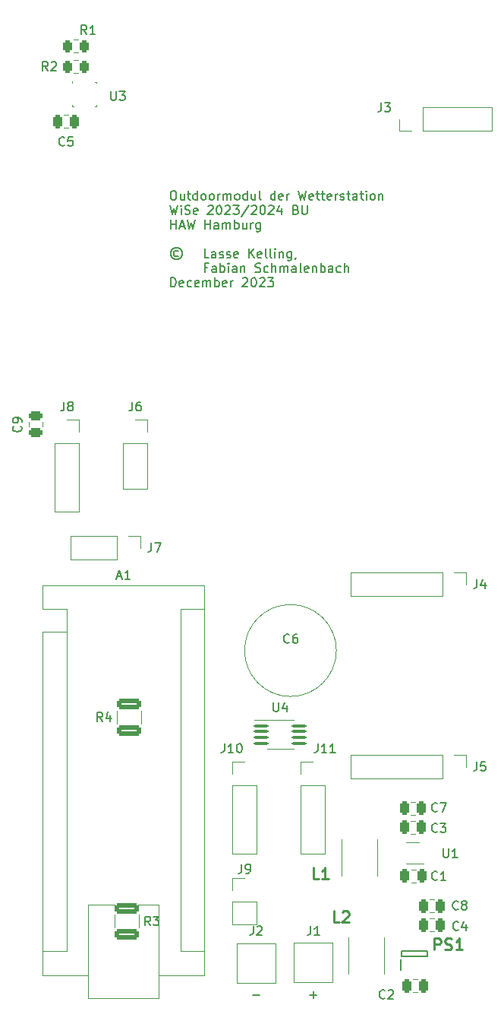
<source format=gto>
G04 #@! TF.GenerationSoftware,KiCad,Pcbnew,7.0.7*
G04 #@! TF.CreationDate,2024-01-04T23:51:07+01:00*
G04 #@! TF.ProjectId,ExternalPCB,45787465-726e-4616-9c50-43422e6b6963,A*
G04 #@! TF.SameCoordinates,Original*
G04 #@! TF.FileFunction,Legend,Top*
G04 #@! TF.FilePolarity,Positive*
%FSLAX46Y46*%
G04 Gerber Fmt 4.6, Leading zero omitted, Abs format (unit mm)*
G04 Created by KiCad (PCBNEW 7.0.7) date 2024-01-04 23:51:07*
%MOMM*%
%LPD*%
G01*
G04 APERTURE LIST*
G04 Aperture macros list*
%AMRoundRect*
0 Rectangle with rounded corners*
0 $1 Rounding radius*
0 $2 $3 $4 $5 $6 $7 $8 $9 X,Y pos of 4 corners*
0 Add a 4 corners polygon primitive as box body*
4,1,4,$2,$3,$4,$5,$6,$7,$8,$9,$2,$3,0*
0 Add four circle primitives for the rounded corners*
1,1,$1+$1,$2,$3*
1,1,$1+$1,$4,$5*
1,1,$1+$1,$6,$7*
1,1,$1+$1,$8,$9*
0 Add four rect primitives between the rounded corners*
20,1,$1+$1,$2,$3,$4,$5,0*
20,1,$1+$1,$4,$5,$6,$7,0*
20,1,$1+$1,$6,$7,$8,$9,0*
20,1,$1+$1,$8,$9,$2,$3,0*%
G04 Aperture macros list end*
%ADD10C,0.150000*%
%ADD11C,0.254000*%
%ADD12C,0.200000*%
%ADD13C,0.100000*%
%ADD14C,0.120000*%
%ADD15R,0.600000X1.200000*%
%ADD16R,2.700000X1.450000*%
%ADD17R,1.700000X1.700000*%
%ADD18O,1.700000X1.700000*%
%ADD19RoundRect,0.250000X-1.075000X0.312500X-1.075000X-0.312500X1.075000X-0.312500X1.075000X0.312500X0*%
%ADD20RoundRect,0.250000X-0.250000X-0.475000X0.250000X-0.475000X0.250000X0.475000X-0.250000X0.475000X0*%
%ADD21RoundRect,0.250000X1.075000X-0.312500X1.075000X0.312500X-1.075000X0.312500X-1.075000X-0.312500X0*%
%ADD22R,4.000000X4.000000*%
%ADD23RoundRect,0.100000X-0.712500X-0.100000X0.712500X-0.100000X0.712500X0.100000X-0.712500X0.100000X0*%
%ADD24R,0.900000X0.400000*%
%ADD25R,1.600000X1.600000*%
%ADD26O,1.600000X1.600000*%
%ADD27RoundRect,0.250000X-0.262500X-0.450000X0.262500X-0.450000X0.262500X0.450000X-0.262500X0.450000X0*%
%ADD28R,0.350000X0.500000*%
%ADD29RoundRect,0.250000X0.475000X-0.250000X0.475000X0.250000X-0.475000X0.250000X-0.475000X-0.250000X0*%
%ADD30C,1.600000*%
%ADD31RoundRect,0.250000X0.250000X0.475000X-0.250000X0.475000X-0.250000X-0.475000X0.250000X-0.475000X0*%
G04 APERTURE END LIST*
D10*
X79838779Y-149348866D02*
X80600684Y-149348866D01*
X80219731Y-149729819D02*
X80219731Y-148967914D01*
X73488779Y-149348866D02*
X74250684Y-149348866D01*
X64535255Y-59821819D02*
X64725731Y-59821819D01*
X64725731Y-59821819D02*
X64820969Y-59869438D01*
X64820969Y-59869438D02*
X64916207Y-59964676D01*
X64916207Y-59964676D02*
X64963826Y-60155152D01*
X64963826Y-60155152D02*
X64963826Y-60488485D01*
X64963826Y-60488485D02*
X64916207Y-60678961D01*
X64916207Y-60678961D02*
X64820969Y-60774200D01*
X64820969Y-60774200D02*
X64725731Y-60821819D01*
X64725731Y-60821819D02*
X64535255Y-60821819D01*
X64535255Y-60821819D02*
X64440017Y-60774200D01*
X64440017Y-60774200D02*
X64344779Y-60678961D01*
X64344779Y-60678961D02*
X64297160Y-60488485D01*
X64297160Y-60488485D02*
X64297160Y-60155152D01*
X64297160Y-60155152D02*
X64344779Y-59964676D01*
X64344779Y-59964676D02*
X64440017Y-59869438D01*
X64440017Y-59869438D02*
X64535255Y-59821819D01*
X65820969Y-60155152D02*
X65820969Y-60821819D01*
X65392398Y-60155152D02*
X65392398Y-60678961D01*
X65392398Y-60678961D02*
X65440017Y-60774200D01*
X65440017Y-60774200D02*
X65535255Y-60821819D01*
X65535255Y-60821819D02*
X65678112Y-60821819D01*
X65678112Y-60821819D02*
X65773350Y-60774200D01*
X65773350Y-60774200D02*
X65820969Y-60726580D01*
X66154303Y-60155152D02*
X66535255Y-60155152D01*
X66297160Y-59821819D02*
X66297160Y-60678961D01*
X66297160Y-60678961D02*
X66344779Y-60774200D01*
X66344779Y-60774200D02*
X66440017Y-60821819D01*
X66440017Y-60821819D02*
X66535255Y-60821819D01*
X67297160Y-60821819D02*
X67297160Y-59821819D01*
X67297160Y-60774200D02*
X67201922Y-60821819D01*
X67201922Y-60821819D02*
X67011446Y-60821819D01*
X67011446Y-60821819D02*
X66916208Y-60774200D01*
X66916208Y-60774200D02*
X66868589Y-60726580D01*
X66868589Y-60726580D02*
X66820970Y-60631342D01*
X66820970Y-60631342D02*
X66820970Y-60345628D01*
X66820970Y-60345628D02*
X66868589Y-60250390D01*
X66868589Y-60250390D02*
X66916208Y-60202771D01*
X66916208Y-60202771D02*
X67011446Y-60155152D01*
X67011446Y-60155152D02*
X67201922Y-60155152D01*
X67201922Y-60155152D02*
X67297160Y-60202771D01*
X67916208Y-60821819D02*
X67820970Y-60774200D01*
X67820970Y-60774200D02*
X67773351Y-60726580D01*
X67773351Y-60726580D02*
X67725732Y-60631342D01*
X67725732Y-60631342D02*
X67725732Y-60345628D01*
X67725732Y-60345628D02*
X67773351Y-60250390D01*
X67773351Y-60250390D02*
X67820970Y-60202771D01*
X67820970Y-60202771D02*
X67916208Y-60155152D01*
X67916208Y-60155152D02*
X68059065Y-60155152D01*
X68059065Y-60155152D02*
X68154303Y-60202771D01*
X68154303Y-60202771D02*
X68201922Y-60250390D01*
X68201922Y-60250390D02*
X68249541Y-60345628D01*
X68249541Y-60345628D02*
X68249541Y-60631342D01*
X68249541Y-60631342D02*
X68201922Y-60726580D01*
X68201922Y-60726580D02*
X68154303Y-60774200D01*
X68154303Y-60774200D02*
X68059065Y-60821819D01*
X68059065Y-60821819D02*
X67916208Y-60821819D01*
X68820970Y-60821819D02*
X68725732Y-60774200D01*
X68725732Y-60774200D02*
X68678113Y-60726580D01*
X68678113Y-60726580D02*
X68630494Y-60631342D01*
X68630494Y-60631342D02*
X68630494Y-60345628D01*
X68630494Y-60345628D02*
X68678113Y-60250390D01*
X68678113Y-60250390D02*
X68725732Y-60202771D01*
X68725732Y-60202771D02*
X68820970Y-60155152D01*
X68820970Y-60155152D02*
X68963827Y-60155152D01*
X68963827Y-60155152D02*
X69059065Y-60202771D01*
X69059065Y-60202771D02*
X69106684Y-60250390D01*
X69106684Y-60250390D02*
X69154303Y-60345628D01*
X69154303Y-60345628D02*
X69154303Y-60631342D01*
X69154303Y-60631342D02*
X69106684Y-60726580D01*
X69106684Y-60726580D02*
X69059065Y-60774200D01*
X69059065Y-60774200D02*
X68963827Y-60821819D01*
X68963827Y-60821819D02*
X68820970Y-60821819D01*
X69582875Y-60821819D02*
X69582875Y-60155152D01*
X69582875Y-60345628D02*
X69630494Y-60250390D01*
X69630494Y-60250390D02*
X69678113Y-60202771D01*
X69678113Y-60202771D02*
X69773351Y-60155152D01*
X69773351Y-60155152D02*
X69868589Y-60155152D01*
X70201923Y-60821819D02*
X70201923Y-60155152D01*
X70201923Y-60250390D02*
X70249542Y-60202771D01*
X70249542Y-60202771D02*
X70344780Y-60155152D01*
X70344780Y-60155152D02*
X70487637Y-60155152D01*
X70487637Y-60155152D02*
X70582875Y-60202771D01*
X70582875Y-60202771D02*
X70630494Y-60298009D01*
X70630494Y-60298009D02*
X70630494Y-60821819D01*
X70630494Y-60298009D02*
X70678113Y-60202771D01*
X70678113Y-60202771D02*
X70773351Y-60155152D01*
X70773351Y-60155152D02*
X70916208Y-60155152D01*
X70916208Y-60155152D02*
X71011447Y-60202771D01*
X71011447Y-60202771D02*
X71059066Y-60298009D01*
X71059066Y-60298009D02*
X71059066Y-60821819D01*
X71678113Y-60821819D02*
X71582875Y-60774200D01*
X71582875Y-60774200D02*
X71535256Y-60726580D01*
X71535256Y-60726580D02*
X71487637Y-60631342D01*
X71487637Y-60631342D02*
X71487637Y-60345628D01*
X71487637Y-60345628D02*
X71535256Y-60250390D01*
X71535256Y-60250390D02*
X71582875Y-60202771D01*
X71582875Y-60202771D02*
X71678113Y-60155152D01*
X71678113Y-60155152D02*
X71820970Y-60155152D01*
X71820970Y-60155152D02*
X71916208Y-60202771D01*
X71916208Y-60202771D02*
X71963827Y-60250390D01*
X71963827Y-60250390D02*
X72011446Y-60345628D01*
X72011446Y-60345628D02*
X72011446Y-60631342D01*
X72011446Y-60631342D02*
X71963827Y-60726580D01*
X71963827Y-60726580D02*
X71916208Y-60774200D01*
X71916208Y-60774200D02*
X71820970Y-60821819D01*
X71820970Y-60821819D02*
X71678113Y-60821819D01*
X72868589Y-60821819D02*
X72868589Y-59821819D01*
X72868589Y-60774200D02*
X72773351Y-60821819D01*
X72773351Y-60821819D02*
X72582875Y-60821819D01*
X72582875Y-60821819D02*
X72487637Y-60774200D01*
X72487637Y-60774200D02*
X72440018Y-60726580D01*
X72440018Y-60726580D02*
X72392399Y-60631342D01*
X72392399Y-60631342D02*
X72392399Y-60345628D01*
X72392399Y-60345628D02*
X72440018Y-60250390D01*
X72440018Y-60250390D02*
X72487637Y-60202771D01*
X72487637Y-60202771D02*
X72582875Y-60155152D01*
X72582875Y-60155152D02*
X72773351Y-60155152D01*
X72773351Y-60155152D02*
X72868589Y-60202771D01*
X73773351Y-60155152D02*
X73773351Y-60821819D01*
X73344780Y-60155152D02*
X73344780Y-60678961D01*
X73344780Y-60678961D02*
X73392399Y-60774200D01*
X73392399Y-60774200D02*
X73487637Y-60821819D01*
X73487637Y-60821819D02*
X73630494Y-60821819D01*
X73630494Y-60821819D02*
X73725732Y-60774200D01*
X73725732Y-60774200D02*
X73773351Y-60726580D01*
X74392399Y-60821819D02*
X74297161Y-60774200D01*
X74297161Y-60774200D02*
X74249542Y-60678961D01*
X74249542Y-60678961D02*
X74249542Y-59821819D01*
X75963828Y-60821819D02*
X75963828Y-59821819D01*
X75963828Y-60774200D02*
X75868590Y-60821819D01*
X75868590Y-60821819D02*
X75678114Y-60821819D01*
X75678114Y-60821819D02*
X75582876Y-60774200D01*
X75582876Y-60774200D02*
X75535257Y-60726580D01*
X75535257Y-60726580D02*
X75487638Y-60631342D01*
X75487638Y-60631342D02*
X75487638Y-60345628D01*
X75487638Y-60345628D02*
X75535257Y-60250390D01*
X75535257Y-60250390D02*
X75582876Y-60202771D01*
X75582876Y-60202771D02*
X75678114Y-60155152D01*
X75678114Y-60155152D02*
X75868590Y-60155152D01*
X75868590Y-60155152D02*
X75963828Y-60202771D01*
X76820971Y-60774200D02*
X76725733Y-60821819D01*
X76725733Y-60821819D02*
X76535257Y-60821819D01*
X76535257Y-60821819D02*
X76440019Y-60774200D01*
X76440019Y-60774200D02*
X76392400Y-60678961D01*
X76392400Y-60678961D02*
X76392400Y-60298009D01*
X76392400Y-60298009D02*
X76440019Y-60202771D01*
X76440019Y-60202771D02*
X76535257Y-60155152D01*
X76535257Y-60155152D02*
X76725733Y-60155152D01*
X76725733Y-60155152D02*
X76820971Y-60202771D01*
X76820971Y-60202771D02*
X76868590Y-60298009D01*
X76868590Y-60298009D02*
X76868590Y-60393247D01*
X76868590Y-60393247D02*
X76392400Y-60488485D01*
X77297162Y-60821819D02*
X77297162Y-60155152D01*
X77297162Y-60345628D02*
X77344781Y-60250390D01*
X77344781Y-60250390D02*
X77392400Y-60202771D01*
X77392400Y-60202771D02*
X77487638Y-60155152D01*
X77487638Y-60155152D02*
X77582876Y-60155152D01*
X78582877Y-59821819D02*
X78820972Y-60821819D01*
X78820972Y-60821819D02*
X79011448Y-60107533D01*
X79011448Y-60107533D02*
X79201924Y-60821819D01*
X79201924Y-60821819D02*
X79440020Y-59821819D01*
X80201924Y-60774200D02*
X80106686Y-60821819D01*
X80106686Y-60821819D02*
X79916210Y-60821819D01*
X79916210Y-60821819D02*
X79820972Y-60774200D01*
X79820972Y-60774200D02*
X79773353Y-60678961D01*
X79773353Y-60678961D02*
X79773353Y-60298009D01*
X79773353Y-60298009D02*
X79820972Y-60202771D01*
X79820972Y-60202771D02*
X79916210Y-60155152D01*
X79916210Y-60155152D02*
X80106686Y-60155152D01*
X80106686Y-60155152D02*
X80201924Y-60202771D01*
X80201924Y-60202771D02*
X80249543Y-60298009D01*
X80249543Y-60298009D02*
X80249543Y-60393247D01*
X80249543Y-60393247D02*
X79773353Y-60488485D01*
X80535258Y-60155152D02*
X80916210Y-60155152D01*
X80678115Y-59821819D02*
X80678115Y-60678961D01*
X80678115Y-60678961D02*
X80725734Y-60774200D01*
X80725734Y-60774200D02*
X80820972Y-60821819D01*
X80820972Y-60821819D02*
X80916210Y-60821819D01*
X81106687Y-60155152D02*
X81487639Y-60155152D01*
X81249544Y-59821819D02*
X81249544Y-60678961D01*
X81249544Y-60678961D02*
X81297163Y-60774200D01*
X81297163Y-60774200D02*
X81392401Y-60821819D01*
X81392401Y-60821819D02*
X81487639Y-60821819D01*
X82201925Y-60774200D02*
X82106687Y-60821819D01*
X82106687Y-60821819D02*
X81916211Y-60821819D01*
X81916211Y-60821819D02*
X81820973Y-60774200D01*
X81820973Y-60774200D02*
X81773354Y-60678961D01*
X81773354Y-60678961D02*
X81773354Y-60298009D01*
X81773354Y-60298009D02*
X81820973Y-60202771D01*
X81820973Y-60202771D02*
X81916211Y-60155152D01*
X81916211Y-60155152D02*
X82106687Y-60155152D01*
X82106687Y-60155152D02*
X82201925Y-60202771D01*
X82201925Y-60202771D02*
X82249544Y-60298009D01*
X82249544Y-60298009D02*
X82249544Y-60393247D01*
X82249544Y-60393247D02*
X81773354Y-60488485D01*
X82678116Y-60821819D02*
X82678116Y-60155152D01*
X82678116Y-60345628D02*
X82725735Y-60250390D01*
X82725735Y-60250390D02*
X82773354Y-60202771D01*
X82773354Y-60202771D02*
X82868592Y-60155152D01*
X82868592Y-60155152D02*
X82963830Y-60155152D01*
X83249545Y-60774200D02*
X83344783Y-60821819D01*
X83344783Y-60821819D02*
X83535259Y-60821819D01*
X83535259Y-60821819D02*
X83630497Y-60774200D01*
X83630497Y-60774200D02*
X83678116Y-60678961D01*
X83678116Y-60678961D02*
X83678116Y-60631342D01*
X83678116Y-60631342D02*
X83630497Y-60536104D01*
X83630497Y-60536104D02*
X83535259Y-60488485D01*
X83535259Y-60488485D02*
X83392402Y-60488485D01*
X83392402Y-60488485D02*
X83297164Y-60440866D01*
X83297164Y-60440866D02*
X83249545Y-60345628D01*
X83249545Y-60345628D02*
X83249545Y-60298009D01*
X83249545Y-60298009D02*
X83297164Y-60202771D01*
X83297164Y-60202771D02*
X83392402Y-60155152D01*
X83392402Y-60155152D02*
X83535259Y-60155152D01*
X83535259Y-60155152D02*
X83630497Y-60202771D01*
X83963831Y-60155152D02*
X84344783Y-60155152D01*
X84106688Y-59821819D02*
X84106688Y-60678961D01*
X84106688Y-60678961D02*
X84154307Y-60774200D01*
X84154307Y-60774200D02*
X84249545Y-60821819D01*
X84249545Y-60821819D02*
X84344783Y-60821819D01*
X85106688Y-60821819D02*
X85106688Y-60298009D01*
X85106688Y-60298009D02*
X85059069Y-60202771D01*
X85059069Y-60202771D02*
X84963831Y-60155152D01*
X84963831Y-60155152D02*
X84773355Y-60155152D01*
X84773355Y-60155152D02*
X84678117Y-60202771D01*
X85106688Y-60774200D02*
X85011450Y-60821819D01*
X85011450Y-60821819D02*
X84773355Y-60821819D01*
X84773355Y-60821819D02*
X84678117Y-60774200D01*
X84678117Y-60774200D02*
X84630498Y-60678961D01*
X84630498Y-60678961D02*
X84630498Y-60583723D01*
X84630498Y-60583723D02*
X84678117Y-60488485D01*
X84678117Y-60488485D02*
X84773355Y-60440866D01*
X84773355Y-60440866D02*
X85011450Y-60440866D01*
X85011450Y-60440866D02*
X85106688Y-60393247D01*
X85440022Y-60155152D02*
X85820974Y-60155152D01*
X85582879Y-59821819D02*
X85582879Y-60678961D01*
X85582879Y-60678961D02*
X85630498Y-60774200D01*
X85630498Y-60774200D02*
X85725736Y-60821819D01*
X85725736Y-60821819D02*
X85820974Y-60821819D01*
X86154308Y-60821819D02*
X86154308Y-60155152D01*
X86154308Y-59821819D02*
X86106689Y-59869438D01*
X86106689Y-59869438D02*
X86154308Y-59917057D01*
X86154308Y-59917057D02*
X86201927Y-59869438D01*
X86201927Y-59869438D02*
X86154308Y-59821819D01*
X86154308Y-59821819D02*
X86154308Y-59917057D01*
X86773355Y-60821819D02*
X86678117Y-60774200D01*
X86678117Y-60774200D02*
X86630498Y-60726580D01*
X86630498Y-60726580D02*
X86582879Y-60631342D01*
X86582879Y-60631342D02*
X86582879Y-60345628D01*
X86582879Y-60345628D02*
X86630498Y-60250390D01*
X86630498Y-60250390D02*
X86678117Y-60202771D01*
X86678117Y-60202771D02*
X86773355Y-60155152D01*
X86773355Y-60155152D02*
X86916212Y-60155152D01*
X86916212Y-60155152D02*
X87011450Y-60202771D01*
X87011450Y-60202771D02*
X87059069Y-60250390D01*
X87059069Y-60250390D02*
X87106688Y-60345628D01*
X87106688Y-60345628D02*
X87106688Y-60631342D01*
X87106688Y-60631342D02*
X87059069Y-60726580D01*
X87059069Y-60726580D02*
X87011450Y-60774200D01*
X87011450Y-60774200D02*
X86916212Y-60821819D01*
X86916212Y-60821819D02*
X86773355Y-60821819D01*
X87535260Y-60155152D02*
X87535260Y-60821819D01*
X87535260Y-60250390D02*
X87582879Y-60202771D01*
X87582879Y-60202771D02*
X87678117Y-60155152D01*
X87678117Y-60155152D02*
X87820974Y-60155152D01*
X87820974Y-60155152D02*
X87916212Y-60202771D01*
X87916212Y-60202771D02*
X87963831Y-60298009D01*
X87963831Y-60298009D02*
X87963831Y-60821819D01*
X64249541Y-61431819D02*
X64487636Y-62431819D01*
X64487636Y-62431819D02*
X64678112Y-61717533D01*
X64678112Y-61717533D02*
X64868588Y-62431819D01*
X64868588Y-62431819D02*
X65106684Y-61431819D01*
X65487636Y-62431819D02*
X65487636Y-61765152D01*
X65487636Y-61431819D02*
X65440017Y-61479438D01*
X65440017Y-61479438D02*
X65487636Y-61527057D01*
X65487636Y-61527057D02*
X65535255Y-61479438D01*
X65535255Y-61479438D02*
X65487636Y-61431819D01*
X65487636Y-61431819D02*
X65487636Y-61527057D01*
X65916207Y-62384200D02*
X66059064Y-62431819D01*
X66059064Y-62431819D02*
X66297159Y-62431819D01*
X66297159Y-62431819D02*
X66392397Y-62384200D01*
X66392397Y-62384200D02*
X66440016Y-62336580D01*
X66440016Y-62336580D02*
X66487635Y-62241342D01*
X66487635Y-62241342D02*
X66487635Y-62146104D01*
X66487635Y-62146104D02*
X66440016Y-62050866D01*
X66440016Y-62050866D02*
X66392397Y-62003247D01*
X66392397Y-62003247D02*
X66297159Y-61955628D01*
X66297159Y-61955628D02*
X66106683Y-61908009D01*
X66106683Y-61908009D02*
X66011445Y-61860390D01*
X66011445Y-61860390D02*
X65963826Y-61812771D01*
X65963826Y-61812771D02*
X65916207Y-61717533D01*
X65916207Y-61717533D02*
X65916207Y-61622295D01*
X65916207Y-61622295D02*
X65963826Y-61527057D01*
X65963826Y-61527057D02*
X66011445Y-61479438D01*
X66011445Y-61479438D02*
X66106683Y-61431819D01*
X66106683Y-61431819D02*
X66344778Y-61431819D01*
X66344778Y-61431819D02*
X66487635Y-61479438D01*
X67297159Y-62384200D02*
X67201921Y-62431819D01*
X67201921Y-62431819D02*
X67011445Y-62431819D01*
X67011445Y-62431819D02*
X66916207Y-62384200D01*
X66916207Y-62384200D02*
X66868588Y-62288961D01*
X66868588Y-62288961D02*
X66868588Y-61908009D01*
X66868588Y-61908009D02*
X66916207Y-61812771D01*
X66916207Y-61812771D02*
X67011445Y-61765152D01*
X67011445Y-61765152D02*
X67201921Y-61765152D01*
X67201921Y-61765152D02*
X67297159Y-61812771D01*
X67297159Y-61812771D02*
X67344778Y-61908009D01*
X67344778Y-61908009D02*
X67344778Y-62003247D01*
X67344778Y-62003247D02*
X66868588Y-62098485D01*
X68487636Y-61527057D02*
X68535255Y-61479438D01*
X68535255Y-61479438D02*
X68630493Y-61431819D01*
X68630493Y-61431819D02*
X68868588Y-61431819D01*
X68868588Y-61431819D02*
X68963826Y-61479438D01*
X68963826Y-61479438D02*
X69011445Y-61527057D01*
X69011445Y-61527057D02*
X69059064Y-61622295D01*
X69059064Y-61622295D02*
X69059064Y-61717533D01*
X69059064Y-61717533D02*
X69011445Y-61860390D01*
X69011445Y-61860390D02*
X68440017Y-62431819D01*
X68440017Y-62431819D02*
X69059064Y-62431819D01*
X69678112Y-61431819D02*
X69773350Y-61431819D01*
X69773350Y-61431819D02*
X69868588Y-61479438D01*
X69868588Y-61479438D02*
X69916207Y-61527057D01*
X69916207Y-61527057D02*
X69963826Y-61622295D01*
X69963826Y-61622295D02*
X70011445Y-61812771D01*
X70011445Y-61812771D02*
X70011445Y-62050866D01*
X70011445Y-62050866D02*
X69963826Y-62241342D01*
X69963826Y-62241342D02*
X69916207Y-62336580D01*
X69916207Y-62336580D02*
X69868588Y-62384200D01*
X69868588Y-62384200D02*
X69773350Y-62431819D01*
X69773350Y-62431819D02*
X69678112Y-62431819D01*
X69678112Y-62431819D02*
X69582874Y-62384200D01*
X69582874Y-62384200D02*
X69535255Y-62336580D01*
X69535255Y-62336580D02*
X69487636Y-62241342D01*
X69487636Y-62241342D02*
X69440017Y-62050866D01*
X69440017Y-62050866D02*
X69440017Y-61812771D01*
X69440017Y-61812771D02*
X69487636Y-61622295D01*
X69487636Y-61622295D02*
X69535255Y-61527057D01*
X69535255Y-61527057D02*
X69582874Y-61479438D01*
X69582874Y-61479438D02*
X69678112Y-61431819D01*
X70392398Y-61527057D02*
X70440017Y-61479438D01*
X70440017Y-61479438D02*
X70535255Y-61431819D01*
X70535255Y-61431819D02*
X70773350Y-61431819D01*
X70773350Y-61431819D02*
X70868588Y-61479438D01*
X70868588Y-61479438D02*
X70916207Y-61527057D01*
X70916207Y-61527057D02*
X70963826Y-61622295D01*
X70963826Y-61622295D02*
X70963826Y-61717533D01*
X70963826Y-61717533D02*
X70916207Y-61860390D01*
X70916207Y-61860390D02*
X70344779Y-62431819D01*
X70344779Y-62431819D02*
X70963826Y-62431819D01*
X71297160Y-61431819D02*
X71916207Y-61431819D01*
X71916207Y-61431819D02*
X71582874Y-61812771D01*
X71582874Y-61812771D02*
X71725731Y-61812771D01*
X71725731Y-61812771D02*
X71820969Y-61860390D01*
X71820969Y-61860390D02*
X71868588Y-61908009D01*
X71868588Y-61908009D02*
X71916207Y-62003247D01*
X71916207Y-62003247D02*
X71916207Y-62241342D01*
X71916207Y-62241342D02*
X71868588Y-62336580D01*
X71868588Y-62336580D02*
X71820969Y-62384200D01*
X71820969Y-62384200D02*
X71725731Y-62431819D01*
X71725731Y-62431819D02*
X71440017Y-62431819D01*
X71440017Y-62431819D02*
X71344779Y-62384200D01*
X71344779Y-62384200D02*
X71297160Y-62336580D01*
X73059064Y-61384200D02*
X72201922Y-62669914D01*
X73344779Y-61527057D02*
X73392398Y-61479438D01*
X73392398Y-61479438D02*
X73487636Y-61431819D01*
X73487636Y-61431819D02*
X73725731Y-61431819D01*
X73725731Y-61431819D02*
X73820969Y-61479438D01*
X73820969Y-61479438D02*
X73868588Y-61527057D01*
X73868588Y-61527057D02*
X73916207Y-61622295D01*
X73916207Y-61622295D02*
X73916207Y-61717533D01*
X73916207Y-61717533D02*
X73868588Y-61860390D01*
X73868588Y-61860390D02*
X73297160Y-62431819D01*
X73297160Y-62431819D02*
X73916207Y-62431819D01*
X74535255Y-61431819D02*
X74630493Y-61431819D01*
X74630493Y-61431819D02*
X74725731Y-61479438D01*
X74725731Y-61479438D02*
X74773350Y-61527057D01*
X74773350Y-61527057D02*
X74820969Y-61622295D01*
X74820969Y-61622295D02*
X74868588Y-61812771D01*
X74868588Y-61812771D02*
X74868588Y-62050866D01*
X74868588Y-62050866D02*
X74820969Y-62241342D01*
X74820969Y-62241342D02*
X74773350Y-62336580D01*
X74773350Y-62336580D02*
X74725731Y-62384200D01*
X74725731Y-62384200D02*
X74630493Y-62431819D01*
X74630493Y-62431819D02*
X74535255Y-62431819D01*
X74535255Y-62431819D02*
X74440017Y-62384200D01*
X74440017Y-62384200D02*
X74392398Y-62336580D01*
X74392398Y-62336580D02*
X74344779Y-62241342D01*
X74344779Y-62241342D02*
X74297160Y-62050866D01*
X74297160Y-62050866D02*
X74297160Y-61812771D01*
X74297160Y-61812771D02*
X74344779Y-61622295D01*
X74344779Y-61622295D02*
X74392398Y-61527057D01*
X74392398Y-61527057D02*
X74440017Y-61479438D01*
X74440017Y-61479438D02*
X74535255Y-61431819D01*
X75249541Y-61527057D02*
X75297160Y-61479438D01*
X75297160Y-61479438D02*
X75392398Y-61431819D01*
X75392398Y-61431819D02*
X75630493Y-61431819D01*
X75630493Y-61431819D02*
X75725731Y-61479438D01*
X75725731Y-61479438D02*
X75773350Y-61527057D01*
X75773350Y-61527057D02*
X75820969Y-61622295D01*
X75820969Y-61622295D02*
X75820969Y-61717533D01*
X75820969Y-61717533D02*
X75773350Y-61860390D01*
X75773350Y-61860390D02*
X75201922Y-62431819D01*
X75201922Y-62431819D02*
X75820969Y-62431819D01*
X76678112Y-61765152D02*
X76678112Y-62431819D01*
X76440017Y-61384200D02*
X76201922Y-62098485D01*
X76201922Y-62098485D02*
X76820969Y-62098485D01*
X78297160Y-61908009D02*
X78440017Y-61955628D01*
X78440017Y-61955628D02*
X78487636Y-62003247D01*
X78487636Y-62003247D02*
X78535255Y-62098485D01*
X78535255Y-62098485D02*
X78535255Y-62241342D01*
X78535255Y-62241342D02*
X78487636Y-62336580D01*
X78487636Y-62336580D02*
X78440017Y-62384200D01*
X78440017Y-62384200D02*
X78344779Y-62431819D01*
X78344779Y-62431819D02*
X77963827Y-62431819D01*
X77963827Y-62431819D02*
X77963827Y-61431819D01*
X77963827Y-61431819D02*
X78297160Y-61431819D01*
X78297160Y-61431819D02*
X78392398Y-61479438D01*
X78392398Y-61479438D02*
X78440017Y-61527057D01*
X78440017Y-61527057D02*
X78487636Y-61622295D01*
X78487636Y-61622295D02*
X78487636Y-61717533D01*
X78487636Y-61717533D02*
X78440017Y-61812771D01*
X78440017Y-61812771D02*
X78392398Y-61860390D01*
X78392398Y-61860390D02*
X78297160Y-61908009D01*
X78297160Y-61908009D02*
X77963827Y-61908009D01*
X78963827Y-61431819D02*
X78963827Y-62241342D01*
X78963827Y-62241342D02*
X79011446Y-62336580D01*
X79011446Y-62336580D02*
X79059065Y-62384200D01*
X79059065Y-62384200D02*
X79154303Y-62431819D01*
X79154303Y-62431819D02*
X79344779Y-62431819D01*
X79344779Y-62431819D02*
X79440017Y-62384200D01*
X79440017Y-62384200D02*
X79487636Y-62336580D01*
X79487636Y-62336580D02*
X79535255Y-62241342D01*
X79535255Y-62241342D02*
X79535255Y-61431819D01*
X64344779Y-64041819D02*
X64344779Y-63041819D01*
X64344779Y-63518009D02*
X64916207Y-63518009D01*
X64916207Y-64041819D02*
X64916207Y-63041819D01*
X65344779Y-63756104D02*
X65820969Y-63756104D01*
X65249541Y-64041819D02*
X65582874Y-63041819D01*
X65582874Y-63041819D02*
X65916207Y-64041819D01*
X66154303Y-63041819D02*
X66392398Y-64041819D01*
X66392398Y-64041819D02*
X66582874Y-63327533D01*
X66582874Y-63327533D02*
X66773350Y-64041819D01*
X66773350Y-64041819D02*
X67011446Y-63041819D01*
X68154303Y-64041819D02*
X68154303Y-63041819D01*
X68154303Y-63518009D02*
X68725731Y-63518009D01*
X68725731Y-64041819D02*
X68725731Y-63041819D01*
X69630493Y-64041819D02*
X69630493Y-63518009D01*
X69630493Y-63518009D02*
X69582874Y-63422771D01*
X69582874Y-63422771D02*
X69487636Y-63375152D01*
X69487636Y-63375152D02*
X69297160Y-63375152D01*
X69297160Y-63375152D02*
X69201922Y-63422771D01*
X69630493Y-63994200D02*
X69535255Y-64041819D01*
X69535255Y-64041819D02*
X69297160Y-64041819D01*
X69297160Y-64041819D02*
X69201922Y-63994200D01*
X69201922Y-63994200D02*
X69154303Y-63898961D01*
X69154303Y-63898961D02*
X69154303Y-63803723D01*
X69154303Y-63803723D02*
X69201922Y-63708485D01*
X69201922Y-63708485D02*
X69297160Y-63660866D01*
X69297160Y-63660866D02*
X69535255Y-63660866D01*
X69535255Y-63660866D02*
X69630493Y-63613247D01*
X70106684Y-64041819D02*
X70106684Y-63375152D01*
X70106684Y-63470390D02*
X70154303Y-63422771D01*
X70154303Y-63422771D02*
X70249541Y-63375152D01*
X70249541Y-63375152D02*
X70392398Y-63375152D01*
X70392398Y-63375152D02*
X70487636Y-63422771D01*
X70487636Y-63422771D02*
X70535255Y-63518009D01*
X70535255Y-63518009D02*
X70535255Y-64041819D01*
X70535255Y-63518009D02*
X70582874Y-63422771D01*
X70582874Y-63422771D02*
X70678112Y-63375152D01*
X70678112Y-63375152D02*
X70820969Y-63375152D01*
X70820969Y-63375152D02*
X70916208Y-63422771D01*
X70916208Y-63422771D02*
X70963827Y-63518009D01*
X70963827Y-63518009D02*
X70963827Y-64041819D01*
X71440017Y-64041819D02*
X71440017Y-63041819D01*
X71440017Y-63422771D02*
X71535255Y-63375152D01*
X71535255Y-63375152D02*
X71725731Y-63375152D01*
X71725731Y-63375152D02*
X71820969Y-63422771D01*
X71820969Y-63422771D02*
X71868588Y-63470390D01*
X71868588Y-63470390D02*
X71916207Y-63565628D01*
X71916207Y-63565628D02*
X71916207Y-63851342D01*
X71916207Y-63851342D02*
X71868588Y-63946580D01*
X71868588Y-63946580D02*
X71820969Y-63994200D01*
X71820969Y-63994200D02*
X71725731Y-64041819D01*
X71725731Y-64041819D02*
X71535255Y-64041819D01*
X71535255Y-64041819D02*
X71440017Y-63994200D01*
X72773350Y-63375152D02*
X72773350Y-64041819D01*
X72344779Y-63375152D02*
X72344779Y-63898961D01*
X72344779Y-63898961D02*
X72392398Y-63994200D01*
X72392398Y-63994200D02*
X72487636Y-64041819D01*
X72487636Y-64041819D02*
X72630493Y-64041819D01*
X72630493Y-64041819D02*
X72725731Y-63994200D01*
X72725731Y-63994200D02*
X72773350Y-63946580D01*
X73249541Y-64041819D02*
X73249541Y-63375152D01*
X73249541Y-63565628D02*
X73297160Y-63470390D01*
X73297160Y-63470390D02*
X73344779Y-63422771D01*
X73344779Y-63422771D02*
X73440017Y-63375152D01*
X73440017Y-63375152D02*
X73535255Y-63375152D01*
X74297160Y-63375152D02*
X74297160Y-64184676D01*
X74297160Y-64184676D02*
X74249541Y-64279914D01*
X74249541Y-64279914D02*
X74201922Y-64327533D01*
X74201922Y-64327533D02*
X74106684Y-64375152D01*
X74106684Y-64375152D02*
X73963827Y-64375152D01*
X73963827Y-64375152D02*
X73868589Y-64327533D01*
X74297160Y-63994200D02*
X74201922Y-64041819D01*
X74201922Y-64041819D02*
X74011446Y-64041819D01*
X74011446Y-64041819D02*
X73916208Y-63994200D01*
X73916208Y-63994200D02*
X73868589Y-63946580D01*
X73868589Y-63946580D02*
X73820970Y-63851342D01*
X73820970Y-63851342D02*
X73820970Y-63565628D01*
X73820970Y-63565628D02*
X73868589Y-63470390D01*
X73868589Y-63470390D02*
X73916208Y-63422771D01*
X73916208Y-63422771D02*
X74011446Y-63375152D01*
X74011446Y-63375152D02*
X74201922Y-63375152D01*
X74201922Y-63375152D02*
X74297160Y-63422771D01*
X65154303Y-66499914D02*
X65059064Y-66452295D01*
X65059064Y-66452295D02*
X64868588Y-66452295D01*
X64868588Y-66452295D02*
X64773350Y-66499914D01*
X64773350Y-66499914D02*
X64678112Y-66595152D01*
X64678112Y-66595152D02*
X64630493Y-66690390D01*
X64630493Y-66690390D02*
X64630493Y-66880866D01*
X64630493Y-66880866D02*
X64678112Y-66976104D01*
X64678112Y-66976104D02*
X64773350Y-67071342D01*
X64773350Y-67071342D02*
X64868588Y-67118961D01*
X64868588Y-67118961D02*
X65059064Y-67118961D01*
X65059064Y-67118961D02*
X65154303Y-67071342D01*
X64963826Y-66118961D02*
X64725731Y-66166580D01*
X64725731Y-66166580D02*
X64487636Y-66309438D01*
X64487636Y-66309438D02*
X64344779Y-66547533D01*
X64344779Y-66547533D02*
X64297160Y-66785628D01*
X64297160Y-66785628D02*
X64344779Y-67023723D01*
X64344779Y-67023723D02*
X64487636Y-67261819D01*
X64487636Y-67261819D02*
X64725731Y-67404676D01*
X64725731Y-67404676D02*
X64963826Y-67452295D01*
X64963826Y-67452295D02*
X65201922Y-67404676D01*
X65201922Y-67404676D02*
X65440017Y-67261819D01*
X65440017Y-67261819D02*
X65582874Y-67023723D01*
X65582874Y-67023723D02*
X65630493Y-66785628D01*
X65630493Y-66785628D02*
X65582874Y-66547533D01*
X65582874Y-66547533D02*
X65440017Y-66309438D01*
X65440017Y-66309438D02*
X65201922Y-66166580D01*
X65201922Y-66166580D02*
X64963826Y-66118961D01*
X68582873Y-67261819D02*
X68106683Y-67261819D01*
X68106683Y-67261819D02*
X68106683Y-66261819D01*
X69344778Y-67261819D02*
X69344778Y-66738009D01*
X69344778Y-66738009D02*
X69297159Y-66642771D01*
X69297159Y-66642771D02*
X69201921Y-66595152D01*
X69201921Y-66595152D02*
X69011445Y-66595152D01*
X69011445Y-66595152D02*
X68916207Y-66642771D01*
X69344778Y-67214200D02*
X69249540Y-67261819D01*
X69249540Y-67261819D02*
X69011445Y-67261819D01*
X69011445Y-67261819D02*
X68916207Y-67214200D01*
X68916207Y-67214200D02*
X68868588Y-67118961D01*
X68868588Y-67118961D02*
X68868588Y-67023723D01*
X68868588Y-67023723D02*
X68916207Y-66928485D01*
X68916207Y-66928485D02*
X69011445Y-66880866D01*
X69011445Y-66880866D02*
X69249540Y-66880866D01*
X69249540Y-66880866D02*
X69344778Y-66833247D01*
X69773350Y-67214200D02*
X69868588Y-67261819D01*
X69868588Y-67261819D02*
X70059064Y-67261819D01*
X70059064Y-67261819D02*
X70154302Y-67214200D01*
X70154302Y-67214200D02*
X70201921Y-67118961D01*
X70201921Y-67118961D02*
X70201921Y-67071342D01*
X70201921Y-67071342D02*
X70154302Y-66976104D01*
X70154302Y-66976104D02*
X70059064Y-66928485D01*
X70059064Y-66928485D02*
X69916207Y-66928485D01*
X69916207Y-66928485D02*
X69820969Y-66880866D01*
X69820969Y-66880866D02*
X69773350Y-66785628D01*
X69773350Y-66785628D02*
X69773350Y-66738009D01*
X69773350Y-66738009D02*
X69820969Y-66642771D01*
X69820969Y-66642771D02*
X69916207Y-66595152D01*
X69916207Y-66595152D02*
X70059064Y-66595152D01*
X70059064Y-66595152D02*
X70154302Y-66642771D01*
X70582874Y-67214200D02*
X70678112Y-67261819D01*
X70678112Y-67261819D02*
X70868588Y-67261819D01*
X70868588Y-67261819D02*
X70963826Y-67214200D01*
X70963826Y-67214200D02*
X71011445Y-67118961D01*
X71011445Y-67118961D02*
X71011445Y-67071342D01*
X71011445Y-67071342D02*
X70963826Y-66976104D01*
X70963826Y-66976104D02*
X70868588Y-66928485D01*
X70868588Y-66928485D02*
X70725731Y-66928485D01*
X70725731Y-66928485D02*
X70630493Y-66880866D01*
X70630493Y-66880866D02*
X70582874Y-66785628D01*
X70582874Y-66785628D02*
X70582874Y-66738009D01*
X70582874Y-66738009D02*
X70630493Y-66642771D01*
X70630493Y-66642771D02*
X70725731Y-66595152D01*
X70725731Y-66595152D02*
X70868588Y-66595152D01*
X70868588Y-66595152D02*
X70963826Y-66642771D01*
X71820969Y-67214200D02*
X71725731Y-67261819D01*
X71725731Y-67261819D02*
X71535255Y-67261819D01*
X71535255Y-67261819D02*
X71440017Y-67214200D01*
X71440017Y-67214200D02*
X71392398Y-67118961D01*
X71392398Y-67118961D02*
X71392398Y-66738009D01*
X71392398Y-66738009D02*
X71440017Y-66642771D01*
X71440017Y-66642771D02*
X71535255Y-66595152D01*
X71535255Y-66595152D02*
X71725731Y-66595152D01*
X71725731Y-66595152D02*
X71820969Y-66642771D01*
X71820969Y-66642771D02*
X71868588Y-66738009D01*
X71868588Y-66738009D02*
X71868588Y-66833247D01*
X71868588Y-66833247D02*
X71392398Y-66928485D01*
X73059065Y-67261819D02*
X73059065Y-66261819D01*
X73630493Y-67261819D02*
X73201922Y-66690390D01*
X73630493Y-66261819D02*
X73059065Y-66833247D01*
X74440017Y-67214200D02*
X74344779Y-67261819D01*
X74344779Y-67261819D02*
X74154303Y-67261819D01*
X74154303Y-67261819D02*
X74059065Y-67214200D01*
X74059065Y-67214200D02*
X74011446Y-67118961D01*
X74011446Y-67118961D02*
X74011446Y-66738009D01*
X74011446Y-66738009D02*
X74059065Y-66642771D01*
X74059065Y-66642771D02*
X74154303Y-66595152D01*
X74154303Y-66595152D02*
X74344779Y-66595152D01*
X74344779Y-66595152D02*
X74440017Y-66642771D01*
X74440017Y-66642771D02*
X74487636Y-66738009D01*
X74487636Y-66738009D02*
X74487636Y-66833247D01*
X74487636Y-66833247D02*
X74011446Y-66928485D01*
X75059065Y-67261819D02*
X74963827Y-67214200D01*
X74963827Y-67214200D02*
X74916208Y-67118961D01*
X74916208Y-67118961D02*
X74916208Y-66261819D01*
X75582875Y-67261819D02*
X75487637Y-67214200D01*
X75487637Y-67214200D02*
X75440018Y-67118961D01*
X75440018Y-67118961D02*
X75440018Y-66261819D01*
X75963828Y-67261819D02*
X75963828Y-66595152D01*
X75963828Y-66261819D02*
X75916209Y-66309438D01*
X75916209Y-66309438D02*
X75963828Y-66357057D01*
X75963828Y-66357057D02*
X76011447Y-66309438D01*
X76011447Y-66309438D02*
X75963828Y-66261819D01*
X75963828Y-66261819D02*
X75963828Y-66357057D01*
X76440018Y-66595152D02*
X76440018Y-67261819D01*
X76440018Y-66690390D02*
X76487637Y-66642771D01*
X76487637Y-66642771D02*
X76582875Y-66595152D01*
X76582875Y-66595152D02*
X76725732Y-66595152D01*
X76725732Y-66595152D02*
X76820970Y-66642771D01*
X76820970Y-66642771D02*
X76868589Y-66738009D01*
X76868589Y-66738009D02*
X76868589Y-67261819D01*
X77773351Y-66595152D02*
X77773351Y-67404676D01*
X77773351Y-67404676D02*
X77725732Y-67499914D01*
X77725732Y-67499914D02*
X77678113Y-67547533D01*
X77678113Y-67547533D02*
X77582875Y-67595152D01*
X77582875Y-67595152D02*
X77440018Y-67595152D01*
X77440018Y-67595152D02*
X77344780Y-67547533D01*
X77773351Y-67214200D02*
X77678113Y-67261819D01*
X77678113Y-67261819D02*
X77487637Y-67261819D01*
X77487637Y-67261819D02*
X77392399Y-67214200D01*
X77392399Y-67214200D02*
X77344780Y-67166580D01*
X77344780Y-67166580D02*
X77297161Y-67071342D01*
X77297161Y-67071342D02*
X77297161Y-66785628D01*
X77297161Y-66785628D02*
X77344780Y-66690390D01*
X77344780Y-66690390D02*
X77392399Y-66642771D01*
X77392399Y-66642771D02*
X77487637Y-66595152D01*
X77487637Y-66595152D02*
X77678113Y-66595152D01*
X77678113Y-66595152D02*
X77773351Y-66642771D01*
X78297161Y-67214200D02*
X78297161Y-67261819D01*
X78297161Y-67261819D02*
X78249542Y-67357057D01*
X78249542Y-67357057D02*
X78201923Y-67404676D01*
X68440016Y-68348009D02*
X68106683Y-68348009D01*
X68106683Y-68871819D02*
X68106683Y-67871819D01*
X68106683Y-67871819D02*
X68582873Y-67871819D01*
X69392397Y-68871819D02*
X69392397Y-68348009D01*
X69392397Y-68348009D02*
X69344778Y-68252771D01*
X69344778Y-68252771D02*
X69249540Y-68205152D01*
X69249540Y-68205152D02*
X69059064Y-68205152D01*
X69059064Y-68205152D02*
X68963826Y-68252771D01*
X69392397Y-68824200D02*
X69297159Y-68871819D01*
X69297159Y-68871819D02*
X69059064Y-68871819D01*
X69059064Y-68871819D02*
X68963826Y-68824200D01*
X68963826Y-68824200D02*
X68916207Y-68728961D01*
X68916207Y-68728961D02*
X68916207Y-68633723D01*
X68916207Y-68633723D02*
X68963826Y-68538485D01*
X68963826Y-68538485D02*
X69059064Y-68490866D01*
X69059064Y-68490866D02*
X69297159Y-68490866D01*
X69297159Y-68490866D02*
X69392397Y-68443247D01*
X69868588Y-68871819D02*
X69868588Y-67871819D01*
X69868588Y-68252771D02*
X69963826Y-68205152D01*
X69963826Y-68205152D02*
X70154302Y-68205152D01*
X70154302Y-68205152D02*
X70249540Y-68252771D01*
X70249540Y-68252771D02*
X70297159Y-68300390D01*
X70297159Y-68300390D02*
X70344778Y-68395628D01*
X70344778Y-68395628D02*
X70344778Y-68681342D01*
X70344778Y-68681342D02*
X70297159Y-68776580D01*
X70297159Y-68776580D02*
X70249540Y-68824200D01*
X70249540Y-68824200D02*
X70154302Y-68871819D01*
X70154302Y-68871819D02*
X69963826Y-68871819D01*
X69963826Y-68871819D02*
X69868588Y-68824200D01*
X70773350Y-68871819D02*
X70773350Y-68205152D01*
X70773350Y-67871819D02*
X70725731Y-67919438D01*
X70725731Y-67919438D02*
X70773350Y-67967057D01*
X70773350Y-67967057D02*
X70820969Y-67919438D01*
X70820969Y-67919438D02*
X70773350Y-67871819D01*
X70773350Y-67871819D02*
X70773350Y-67967057D01*
X71678111Y-68871819D02*
X71678111Y-68348009D01*
X71678111Y-68348009D02*
X71630492Y-68252771D01*
X71630492Y-68252771D02*
X71535254Y-68205152D01*
X71535254Y-68205152D02*
X71344778Y-68205152D01*
X71344778Y-68205152D02*
X71249540Y-68252771D01*
X71678111Y-68824200D02*
X71582873Y-68871819D01*
X71582873Y-68871819D02*
X71344778Y-68871819D01*
X71344778Y-68871819D02*
X71249540Y-68824200D01*
X71249540Y-68824200D02*
X71201921Y-68728961D01*
X71201921Y-68728961D02*
X71201921Y-68633723D01*
X71201921Y-68633723D02*
X71249540Y-68538485D01*
X71249540Y-68538485D02*
X71344778Y-68490866D01*
X71344778Y-68490866D02*
X71582873Y-68490866D01*
X71582873Y-68490866D02*
X71678111Y-68443247D01*
X72154302Y-68205152D02*
X72154302Y-68871819D01*
X72154302Y-68300390D02*
X72201921Y-68252771D01*
X72201921Y-68252771D02*
X72297159Y-68205152D01*
X72297159Y-68205152D02*
X72440016Y-68205152D01*
X72440016Y-68205152D02*
X72535254Y-68252771D01*
X72535254Y-68252771D02*
X72582873Y-68348009D01*
X72582873Y-68348009D02*
X72582873Y-68871819D01*
X73773350Y-68824200D02*
X73916207Y-68871819D01*
X73916207Y-68871819D02*
X74154302Y-68871819D01*
X74154302Y-68871819D02*
X74249540Y-68824200D01*
X74249540Y-68824200D02*
X74297159Y-68776580D01*
X74297159Y-68776580D02*
X74344778Y-68681342D01*
X74344778Y-68681342D02*
X74344778Y-68586104D01*
X74344778Y-68586104D02*
X74297159Y-68490866D01*
X74297159Y-68490866D02*
X74249540Y-68443247D01*
X74249540Y-68443247D02*
X74154302Y-68395628D01*
X74154302Y-68395628D02*
X73963826Y-68348009D01*
X73963826Y-68348009D02*
X73868588Y-68300390D01*
X73868588Y-68300390D02*
X73820969Y-68252771D01*
X73820969Y-68252771D02*
X73773350Y-68157533D01*
X73773350Y-68157533D02*
X73773350Y-68062295D01*
X73773350Y-68062295D02*
X73820969Y-67967057D01*
X73820969Y-67967057D02*
X73868588Y-67919438D01*
X73868588Y-67919438D02*
X73963826Y-67871819D01*
X73963826Y-67871819D02*
X74201921Y-67871819D01*
X74201921Y-67871819D02*
X74344778Y-67919438D01*
X75201921Y-68824200D02*
X75106683Y-68871819D01*
X75106683Y-68871819D02*
X74916207Y-68871819D01*
X74916207Y-68871819D02*
X74820969Y-68824200D01*
X74820969Y-68824200D02*
X74773350Y-68776580D01*
X74773350Y-68776580D02*
X74725731Y-68681342D01*
X74725731Y-68681342D02*
X74725731Y-68395628D01*
X74725731Y-68395628D02*
X74773350Y-68300390D01*
X74773350Y-68300390D02*
X74820969Y-68252771D01*
X74820969Y-68252771D02*
X74916207Y-68205152D01*
X74916207Y-68205152D02*
X75106683Y-68205152D01*
X75106683Y-68205152D02*
X75201921Y-68252771D01*
X75630493Y-68871819D02*
X75630493Y-67871819D01*
X76059064Y-68871819D02*
X76059064Y-68348009D01*
X76059064Y-68348009D02*
X76011445Y-68252771D01*
X76011445Y-68252771D02*
X75916207Y-68205152D01*
X75916207Y-68205152D02*
X75773350Y-68205152D01*
X75773350Y-68205152D02*
X75678112Y-68252771D01*
X75678112Y-68252771D02*
X75630493Y-68300390D01*
X76535255Y-68871819D02*
X76535255Y-68205152D01*
X76535255Y-68300390D02*
X76582874Y-68252771D01*
X76582874Y-68252771D02*
X76678112Y-68205152D01*
X76678112Y-68205152D02*
X76820969Y-68205152D01*
X76820969Y-68205152D02*
X76916207Y-68252771D01*
X76916207Y-68252771D02*
X76963826Y-68348009D01*
X76963826Y-68348009D02*
X76963826Y-68871819D01*
X76963826Y-68348009D02*
X77011445Y-68252771D01*
X77011445Y-68252771D02*
X77106683Y-68205152D01*
X77106683Y-68205152D02*
X77249540Y-68205152D01*
X77249540Y-68205152D02*
X77344779Y-68252771D01*
X77344779Y-68252771D02*
X77392398Y-68348009D01*
X77392398Y-68348009D02*
X77392398Y-68871819D01*
X78297159Y-68871819D02*
X78297159Y-68348009D01*
X78297159Y-68348009D02*
X78249540Y-68252771D01*
X78249540Y-68252771D02*
X78154302Y-68205152D01*
X78154302Y-68205152D02*
X77963826Y-68205152D01*
X77963826Y-68205152D02*
X77868588Y-68252771D01*
X78297159Y-68824200D02*
X78201921Y-68871819D01*
X78201921Y-68871819D02*
X77963826Y-68871819D01*
X77963826Y-68871819D02*
X77868588Y-68824200D01*
X77868588Y-68824200D02*
X77820969Y-68728961D01*
X77820969Y-68728961D02*
X77820969Y-68633723D01*
X77820969Y-68633723D02*
X77868588Y-68538485D01*
X77868588Y-68538485D02*
X77963826Y-68490866D01*
X77963826Y-68490866D02*
X78201921Y-68490866D01*
X78201921Y-68490866D02*
X78297159Y-68443247D01*
X78916207Y-68871819D02*
X78820969Y-68824200D01*
X78820969Y-68824200D02*
X78773350Y-68728961D01*
X78773350Y-68728961D02*
X78773350Y-67871819D01*
X79678112Y-68824200D02*
X79582874Y-68871819D01*
X79582874Y-68871819D02*
X79392398Y-68871819D01*
X79392398Y-68871819D02*
X79297160Y-68824200D01*
X79297160Y-68824200D02*
X79249541Y-68728961D01*
X79249541Y-68728961D02*
X79249541Y-68348009D01*
X79249541Y-68348009D02*
X79297160Y-68252771D01*
X79297160Y-68252771D02*
X79392398Y-68205152D01*
X79392398Y-68205152D02*
X79582874Y-68205152D01*
X79582874Y-68205152D02*
X79678112Y-68252771D01*
X79678112Y-68252771D02*
X79725731Y-68348009D01*
X79725731Y-68348009D02*
X79725731Y-68443247D01*
X79725731Y-68443247D02*
X79249541Y-68538485D01*
X80154303Y-68205152D02*
X80154303Y-68871819D01*
X80154303Y-68300390D02*
X80201922Y-68252771D01*
X80201922Y-68252771D02*
X80297160Y-68205152D01*
X80297160Y-68205152D02*
X80440017Y-68205152D01*
X80440017Y-68205152D02*
X80535255Y-68252771D01*
X80535255Y-68252771D02*
X80582874Y-68348009D01*
X80582874Y-68348009D02*
X80582874Y-68871819D01*
X81059065Y-68871819D02*
X81059065Y-67871819D01*
X81059065Y-68252771D02*
X81154303Y-68205152D01*
X81154303Y-68205152D02*
X81344779Y-68205152D01*
X81344779Y-68205152D02*
X81440017Y-68252771D01*
X81440017Y-68252771D02*
X81487636Y-68300390D01*
X81487636Y-68300390D02*
X81535255Y-68395628D01*
X81535255Y-68395628D02*
X81535255Y-68681342D01*
X81535255Y-68681342D02*
X81487636Y-68776580D01*
X81487636Y-68776580D02*
X81440017Y-68824200D01*
X81440017Y-68824200D02*
X81344779Y-68871819D01*
X81344779Y-68871819D02*
X81154303Y-68871819D01*
X81154303Y-68871819D02*
X81059065Y-68824200D01*
X82392398Y-68871819D02*
X82392398Y-68348009D01*
X82392398Y-68348009D02*
X82344779Y-68252771D01*
X82344779Y-68252771D02*
X82249541Y-68205152D01*
X82249541Y-68205152D02*
X82059065Y-68205152D01*
X82059065Y-68205152D02*
X81963827Y-68252771D01*
X82392398Y-68824200D02*
X82297160Y-68871819D01*
X82297160Y-68871819D02*
X82059065Y-68871819D01*
X82059065Y-68871819D02*
X81963827Y-68824200D01*
X81963827Y-68824200D02*
X81916208Y-68728961D01*
X81916208Y-68728961D02*
X81916208Y-68633723D01*
X81916208Y-68633723D02*
X81963827Y-68538485D01*
X81963827Y-68538485D02*
X82059065Y-68490866D01*
X82059065Y-68490866D02*
X82297160Y-68490866D01*
X82297160Y-68490866D02*
X82392398Y-68443247D01*
X83297160Y-68824200D02*
X83201922Y-68871819D01*
X83201922Y-68871819D02*
X83011446Y-68871819D01*
X83011446Y-68871819D02*
X82916208Y-68824200D01*
X82916208Y-68824200D02*
X82868589Y-68776580D01*
X82868589Y-68776580D02*
X82820970Y-68681342D01*
X82820970Y-68681342D02*
X82820970Y-68395628D01*
X82820970Y-68395628D02*
X82868589Y-68300390D01*
X82868589Y-68300390D02*
X82916208Y-68252771D01*
X82916208Y-68252771D02*
X83011446Y-68205152D01*
X83011446Y-68205152D02*
X83201922Y-68205152D01*
X83201922Y-68205152D02*
X83297160Y-68252771D01*
X83725732Y-68871819D02*
X83725732Y-67871819D01*
X84154303Y-68871819D02*
X84154303Y-68348009D01*
X84154303Y-68348009D02*
X84106684Y-68252771D01*
X84106684Y-68252771D02*
X84011446Y-68205152D01*
X84011446Y-68205152D02*
X83868589Y-68205152D01*
X83868589Y-68205152D02*
X83773351Y-68252771D01*
X83773351Y-68252771D02*
X83725732Y-68300390D01*
X64344779Y-70481819D02*
X64344779Y-69481819D01*
X64344779Y-69481819D02*
X64582874Y-69481819D01*
X64582874Y-69481819D02*
X64725731Y-69529438D01*
X64725731Y-69529438D02*
X64820969Y-69624676D01*
X64820969Y-69624676D02*
X64868588Y-69719914D01*
X64868588Y-69719914D02*
X64916207Y-69910390D01*
X64916207Y-69910390D02*
X64916207Y-70053247D01*
X64916207Y-70053247D02*
X64868588Y-70243723D01*
X64868588Y-70243723D02*
X64820969Y-70338961D01*
X64820969Y-70338961D02*
X64725731Y-70434200D01*
X64725731Y-70434200D02*
X64582874Y-70481819D01*
X64582874Y-70481819D02*
X64344779Y-70481819D01*
X65725731Y-70434200D02*
X65630493Y-70481819D01*
X65630493Y-70481819D02*
X65440017Y-70481819D01*
X65440017Y-70481819D02*
X65344779Y-70434200D01*
X65344779Y-70434200D02*
X65297160Y-70338961D01*
X65297160Y-70338961D02*
X65297160Y-69958009D01*
X65297160Y-69958009D02*
X65344779Y-69862771D01*
X65344779Y-69862771D02*
X65440017Y-69815152D01*
X65440017Y-69815152D02*
X65630493Y-69815152D01*
X65630493Y-69815152D02*
X65725731Y-69862771D01*
X65725731Y-69862771D02*
X65773350Y-69958009D01*
X65773350Y-69958009D02*
X65773350Y-70053247D01*
X65773350Y-70053247D02*
X65297160Y-70148485D01*
X66630493Y-70434200D02*
X66535255Y-70481819D01*
X66535255Y-70481819D02*
X66344779Y-70481819D01*
X66344779Y-70481819D02*
X66249541Y-70434200D01*
X66249541Y-70434200D02*
X66201922Y-70386580D01*
X66201922Y-70386580D02*
X66154303Y-70291342D01*
X66154303Y-70291342D02*
X66154303Y-70005628D01*
X66154303Y-70005628D02*
X66201922Y-69910390D01*
X66201922Y-69910390D02*
X66249541Y-69862771D01*
X66249541Y-69862771D02*
X66344779Y-69815152D01*
X66344779Y-69815152D02*
X66535255Y-69815152D01*
X66535255Y-69815152D02*
X66630493Y-69862771D01*
X67440017Y-70434200D02*
X67344779Y-70481819D01*
X67344779Y-70481819D02*
X67154303Y-70481819D01*
X67154303Y-70481819D02*
X67059065Y-70434200D01*
X67059065Y-70434200D02*
X67011446Y-70338961D01*
X67011446Y-70338961D02*
X67011446Y-69958009D01*
X67011446Y-69958009D02*
X67059065Y-69862771D01*
X67059065Y-69862771D02*
X67154303Y-69815152D01*
X67154303Y-69815152D02*
X67344779Y-69815152D01*
X67344779Y-69815152D02*
X67440017Y-69862771D01*
X67440017Y-69862771D02*
X67487636Y-69958009D01*
X67487636Y-69958009D02*
X67487636Y-70053247D01*
X67487636Y-70053247D02*
X67011446Y-70148485D01*
X67916208Y-70481819D02*
X67916208Y-69815152D01*
X67916208Y-69910390D02*
X67963827Y-69862771D01*
X67963827Y-69862771D02*
X68059065Y-69815152D01*
X68059065Y-69815152D02*
X68201922Y-69815152D01*
X68201922Y-69815152D02*
X68297160Y-69862771D01*
X68297160Y-69862771D02*
X68344779Y-69958009D01*
X68344779Y-69958009D02*
X68344779Y-70481819D01*
X68344779Y-69958009D02*
X68392398Y-69862771D01*
X68392398Y-69862771D02*
X68487636Y-69815152D01*
X68487636Y-69815152D02*
X68630493Y-69815152D01*
X68630493Y-69815152D02*
X68725732Y-69862771D01*
X68725732Y-69862771D02*
X68773351Y-69958009D01*
X68773351Y-69958009D02*
X68773351Y-70481819D01*
X69249541Y-70481819D02*
X69249541Y-69481819D01*
X69249541Y-69862771D02*
X69344779Y-69815152D01*
X69344779Y-69815152D02*
X69535255Y-69815152D01*
X69535255Y-69815152D02*
X69630493Y-69862771D01*
X69630493Y-69862771D02*
X69678112Y-69910390D01*
X69678112Y-69910390D02*
X69725731Y-70005628D01*
X69725731Y-70005628D02*
X69725731Y-70291342D01*
X69725731Y-70291342D02*
X69678112Y-70386580D01*
X69678112Y-70386580D02*
X69630493Y-70434200D01*
X69630493Y-70434200D02*
X69535255Y-70481819D01*
X69535255Y-70481819D02*
X69344779Y-70481819D01*
X69344779Y-70481819D02*
X69249541Y-70434200D01*
X70535255Y-70434200D02*
X70440017Y-70481819D01*
X70440017Y-70481819D02*
X70249541Y-70481819D01*
X70249541Y-70481819D02*
X70154303Y-70434200D01*
X70154303Y-70434200D02*
X70106684Y-70338961D01*
X70106684Y-70338961D02*
X70106684Y-69958009D01*
X70106684Y-69958009D02*
X70154303Y-69862771D01*
X70154303Y-69862771D02*
X70249541Y-69815152D01*
X70249541Y-69815152D02*
X70440017Y-69815152D01*
X70440017Y-69815152D02*
X70535255Y-69862771D01*
X70535255Y-69862771D02*
X70582874Y-69958009D01*
X70582874Y-69958009D02*
X70582874Y-70053247D01*
X70582874Y-70053247D02*
X70106684Y-70148485D01*
X71011446Y-70481819D02*
X71011446Y-69815152D01*
X71011446Y-70005628D02*
X71059065Y-69910390D01*
X71059065Y-69910390D02*
X71106684Y-69862771D01*
X71106684Y-69862771D02*
X71201922Y-69815152D01*
X71201922Y-69815152D02*
X71297160Y-69815152D01*
X72344780Y-69577057D02*
X72392399Y-69529438D01*
X72392399Y-69529438D02*
X72487637Y-69481819D01*
X72487637Y-69481819D02*
X72725732Y-69481819D01*
X72725732Y-69481819D02*
X72820970Y-69529438D01*
X72820970Y-69529438D02*
X72868589Y-69577057D01*
X72868589Y-69577057D02*
X72916208Y-69672295D01*
X72916208Y-69672295D02*
X72916208Y-69767533D01*
X72916208Y-69767533D02*
X72868589Y-69910390D01*
X72868589Y-69910390D02*
X72297161Y-70481819D01*
X72297161Y-70481819D02*
X72916208Y-70481819D01*
X73535256Y-69481819D02*
X73630494Y-69481819D01*
X73630494Y-69481819D02*
X73725732Y-69529438D01*
X73725732Y-69529438D02*
X73773351Y-69577057D01*
X73773351Y-69577057D02*
X73820970Y-69672295D01*
X73820970Y-69672295D02*
X73868589Y-69862771D01*
X73868589Y-69862771D02*
X73868589Y-70100866D01*
X73868589Y-70100866D02*
X73820970Y-70291342D01*
X73820970Y-70291342D02*
X73773351Y-70386580D01*
X73773351Y-70386580D02*
X73725732Y-70434200D01*
X73725732Y-70434200D02*
X73630494Y-70481819D01*
X73630494Y-70481819D02*
X73535256Y-70481819D01*
X73535256Y-70481819D02*
X73440018Y-70434200D01*
X73440018Y-70434200D02*
X73392399Y-70386580D01*
X73392399Y-70386580D02*
X73344780Y-70291342D01*
X73344780Y-70291342D02*
X73297161Y-70100866D01*
X73297161Y-70100866D02*
X73297161Y-69862771D01*
X73297161Y-69862771D02*
X73344780Y-69672295D01*
X73344780Y-69672295D02*
X73392399Y-69577057D01*
X73392399Y-69577057D02*
X73440018Y-69529438D01*
X73440018Y-69529438D02*
X73535256Y-69481819D01*
X74249542Y-69577057D02*
X74297161Y-69529438D01*
X74297161Y-69529438D02*
X74392399Y-69481819D01*
X74392399Y-69481819D02*
X74630494Y-69481819D01*
X74630494Y-69481819D02*
X74725732Y-69529438D01*
X74725732Y-69529438D02*
X74773351Y-69577057D01*
X74773351Y-69577057D02*
X74820970Y-69672295D01*
X74820970Y-69672295D02*
X74820970Y-69767533D01*
X74820970Y-69767533D02*
X74773351Y-69910390D01*
X74773351Y-69910390D02*
X74201923Y-70481819D01*
X74201923Y-70481819D02*
X74820970Y-70481819D01*
X75154304Y-69481819D02*
X75773351Y-69481819D01*
X75773351Y-69481819D02*
X75440018Y-69862771D01*
X75440018Y-69862771D02*
X75582875Y-69862771D01*
X75582875Y-69862771D02*
X75678113Y-69910390D01*
X75678113Y-69910390D02*
X75725732Y-69958009D01*
X75725732Y-69958009D02*
X75773351Y-70053247D01*
X75773351Y-70053247D02*
X75773351Y-70291342D01*
X75773351Y-70291342D02*
X75725732Y-70386580D01*
X75725732Y-70386580D02*
X75678113Y-70434200D01*
X75678113Y-70434200D02*
X75582875Y-70481819D01*
X75582875Y-70481819D02*
X75297161Y-70481819D01*
X75297161Y-70481819D02*
X75201923Y-70434200D01*
X75201923Y-70434200D02*
X75154304Y-70386580D01*
D11*
X93707856Y-144338318D02*
X93707856Y-143068318D01*
X93707856Y-143068318D02*
X94191666Y-143068318D01*
X94191666Y-143068318D02*
X94312618Y-143128794D01*
X94312618Y-143128794D02*
X94373095Y-143189270D01*
X94373095Y-143189270D02*
X94433571Y-143310222D01*
X94433571Y-143310222D02*
X94433571Y-143491651D01*
X94433571Y-143491651D02*
X94373095Y-143612603D01*
X94373095Y-143612603D02*
X94312618Y-143673080D01*
X94312618Y-143673080D02*
X94191666Y-143733556D01*
X94191666Y-143733556D02*
X93707856Y-143733556D01*
X94917380Y-144277842D02*
X95098809Y-144338318D01*
X95098809Y-144338318D02*
X95401190Y-144338318D01*
X95401190Y-144338318D02*
X95522142Y-144277842D01*
X95522142Y-144277842D02*
X95582618Y-144217365D01*
X95582618Y-144217365D02*
X95643095Y-144096413D01*
X95643095Y-144096413D02*
X95643095Y-143975461D01*
X95643095Y-143975461D02*
X95582618Y-143854508D01*
X95582618Y-143854508D02*
X95522142Y-143794032D01*
X95522142Y-143794032D02*
X95401190Y-143733556D01*
X95401190Y-143733556D02*
X95159285Y-143673080D01*
X95159285Y-143673080D02*
X95038333Y-143612603D01*
X95038333Y-143612603D02*
X94977856Y-143552127D01*
X94977856Y-143552127D02*
X94917380Y-143431175D01*
X94917380Y-143431175D02*
X94917380Y-143310222D01*
X94917380Y-143310222D02*
X94977856Y-143189270D01*
X94977856Y-143189270D02*
X95038333Y-143128794D01*
X95038333Y-143128794D02*
X95159285Y-143068318D01*
X95159285Y-143068318D02*
X95461666Y-143068318D01*
X95461666Y-143068318D02*
X95643095Y-143128794D01*
X96852619Y-144338318D02*
X96126904Y-144338318D01*
X96489761Y-144338318D02*
X96489761Y-143068318D01*
X96489761Y-143068318D02*
X96368809Y-143249746D01*
X96368809Y-143249746D02*
X96247857Y-143370699D01*
X96247857Y-143370699D02*
X96126904Y-143431175D01*
X83100333Y-141290318D02*
X82495571Y-141290318D01*
X82495571Y-141290318D02*
X82495571Y-140020318D01*
X83463190Y-140141270D02*
X83523666Y-140080794D01*
X83523666Y-140080794D02*
X83644619Y-140020318D01*
X83644619Y-140020318D02*
X83947000Y-140020318D01*
X83947000Y-140020318D02*
X84067952Y-140080794D01*
X84067952Y-140080794D02*
X84128428Y-140141270D01*
X84128428Y-140141270D02*
X84188905Y-140262222D01*
X84188905Y-140262222D02*
X84188905Y-140383175D01*
X84188905Y-140383175D02*
X84128428Y-140564603D01*
X84128428Y-140564603D02*
X83402714Y-141290318D01*
X83402714Y-141290318D02*
X84188905Y-141290318D01*
X80814333Y-136464318D02*
X80209571Y-136464318D01*
X80209571Y-136464318D02*
X80209571Y-135194318D01*
X81902905Y-136464318D02*
X81177190Y-136464318D01*
X81540047Y-136464318D02*
X81540047Y-135194318D01*
X81540047Y-135194318D02*
X81419095Y-135375746D01*
X81419095Y-135375746D02*
X81298143Y-135496699D01*
X81298143Y-135496699D02*
X81177190Y-135557175D01*
D10*
X87804666Y-50000819D02*
X87804666Y-50715104D01*
X87804666Y-50715104D02*
X87757047Y-50857961D01*
X87757047Y-50857961D02*
X87661809Y-50953200D01*
X87661809Y-50953200D02*
X87518952Y-51000819D01*
X87518952Y-51000819D02*
X87423714Y-51000819D01*
X88185619Y-50000819D02*
X88804666Y-50000819D01*
X88804666Y-50000819D02*
X88471333Y-50381771D01*
X88471333Y-50381771D02*
X88614190Y-50381771D01*
X88614190Y-50381771D02*
X88709428Y-50429390D01*
X88709428Y-50429390D02*
X88757047Y-50477009D01*
X88757047Y-50477009D02*
X88804666Y-50572247D01*
X88804666Y-50572247D02*
X88804666Y-50810342D01*
X88804666Y-50810342D02*
X88757047Y-50905580D01*
X88757047Y-50905580D02*
X88709428Y-50953200D01*
X88709428Y-50953200D02*
X88614190Y-51000819D01*
X88614190Y-51000819D02*
X88328476Y-51000819D01*
X88328476Y-51000819D02*
X88233238Y-50953200D01*
X88233238Y-50953200D02*
X88185619Y-50905580D01*
X62063333Y-141617319D02*
X61730000Y-141141128D01*
X61491905Y-141617319D02*
X61491905Y-140617319D01*
X61491905Y-140617319D02*
X61872857Y-140617319D01*
X61872857Y-140617319D02*
X61968095Y-140664938D01*
X61968095Y-140664938D02*
X62015714Y-140712557D01*
X62015714Y-140712557D02*
X62063333Y-140807795D01*
X62063333Y-140807795D02*
X62063333Y-140950652D01*
X62063333Y-140950652D02*
X62015714Y-141045890D01*
X62015714Y-141045890D02*
X61968095Y-141093509D01*
X61968095Y-141093509D02*
X61872857Y-141141128D01*
X61872857Y-141141128D02*
X61491905Y-141141128D01*
X62396667Y-140617319D02*
X63015714Y-140617319D01*
X63015714Y-140617319D02*
X62682381Y-140998271D01*
X62682381Y-140998271D02*
X62825238Y-140998271D01*
X62825238Y-140998271D02*
X62920476Y-141045890D01*
X62920476Y-141045890D02*
X62968095Y-141093509D01*
X62968095Y-141093509D02*
X63015714Y-141188747D01*
X63015714Y-141188747D02*
X63015714Y-141426842D01*
X63015714Y-141426842D02*
X62968095Y-141522080D01*
X62968095Y-141522080D02*
X62920476Y-141569700D01*
X62920476Y-141569700D02*
X62825238Y-141617319D01*
X62825238Y-141617319D02*
X62539524Y-141617319D01*
X62539524Y-141617319D02*
X62444286Y-141569700D01*
X62444286Y-141569700D02*
X62396667Y-141522080D01*
X52418666Y-83298819D02*
X52418666Y-84013104D01*
X52418666Y-84013104D02*
X52371047Y-84155961D01*
X52371047Y-84155961D02*
X52275809Y-84251200D01*
X52275809Y-84251200D02*
X52132952Y-84298819D01*
X52132952Y-84298819D02*
X52037714Y-84298819D01*
X53037714Y-83727390D02*
X52942476Y-83679771D01*
X52942476Y-83679771D02*
X52894857Y-83632152D01*
X52894857Y-83632152D02*
X52847238Y-83536914D01*
X52847238Y-83536914D02*
X52847238Y-83489295D01*
X52847238Y-83489295D02*
X52894857Y-83394057D01*
X52894857Y-83394057D02*
X52942476Y-83346438D01*
X52942476Y-83346438D02*
X53037714Y-83298819D01*
X53037714Y-83298819D02*
X53228190Y-83298819D01*
X53228190Y-83298819D02*
X53323428Y-83346438D01*
X53323428Y-83346438D02*
X53371047Y-83394057D01*
X53371047Y-83394057D02*
X53418666Y-83489295D01*
X53418666Y-83489295D02*
X53418666Y-83536914D01*
X53418666Y-83536914D02*
X53371047Y-83632152D01*
X53371047Y-83632152D02*
X53323428Y-83679771D01*
X53323428Y-83679771D02*
X53228190Y-83727390D01*
X53228190Y-83727390D02*
X53037714Y-83727390D01*
X53037714Y-83727390D02*
X52942476Y-83775009D01*
X52942476Y-83775009D02*
X52894857Y-83822628D01*
X52894857Y-83822628D02*
X52847238Y-83917866D01*
X52847238Y-83917866D02*
X52847238Y-84108342D01*
X52847238Y-84108342D02*
X52894857Y-84203580D01*
X52894857Y-84203580D02*
X52942476Y-84251200D01*
X52942476Y-84251200D02*
X53037714Y-84298819D01*
X53037714Y-84298819D02*
X53228190Y-84298819D01*
X53228190Y-84298819D02*
X53323428Y-84251200D01*
X53323428Y-84251200D02*
X53371047Y-84203580D01*
X53371047Y-84203580D02*
X53418666Y-84108342D01*
X53418666Y-84108342D02*
X53418666Y-83917866D01*
X53418666Y-83917866D02*
X53371047Y-83822628D01*
X53371047Y-83822628D02*
X53323428Y-83775009D01*
X53323428Y-83775009D02*
X53228190Y-83727390D01*
X80724476Y-121374819D02*
X80724476Y-122089104D01*
X80724476Y-122089104D02*
X80676857Y-122231961D01*
X80676857Y-122231961D02*
X80581619Y-122327200D01*
X80581619Y-122327200D02*
X80438762Y-122374819D01*
X80438762Y-122374819D02*
X80343524Y-122374819D01*
X81724476Y-122374819D02*
X81153048Y-122374819D01*
X81438762Y-122374819D02*
X81438762Y-121374819D01*
X81438762Y-121374819D02*
X81343524Y-121517676D01*
X81343524Y-121517676D02*
X81248286Y-121612914D01*
X81248286Y-121612914D02*
X81153048Y-121660533D01*
X82676857Y-122374819D02*
X82105429Y-122374819D01*
X82391143Y-122374819D02*
X82391143Y-121374819D01*
X82391143Y-121374819D02*
X82295905Y-121517676D01*
X82295905Y-121517676D02*
X82200667Y-121612914D01*
X82200667Y-121612914D02*
X82105429Y-121660533D01*
X88225333Y-149711580D02*
X88177714Y-149759200D01*
X88177714Y-149759200D02*
X88034857Y-149806819D01*
X88034857Y-149806819D02*
X87939619Y-149806819D01*
X87939619Y-149806819D02*
X87796762Y-149759200D01*
X87796762Y-149759200D02*
X87701524Y-149663961D01*
X87701524Y-149663961D02*
X87653905Y-149568723D01*
X87653905Y-149568723D02*
X87606286Y-149378247D01*
X87606286Y-149378247D02*
X87606286Y-149235390D01*
X87606286Y-149235390D02*
X87653905Y-149044914D01*
X87653905Y-149044914D02*
X87701524Y-148949676D01*
X87701524Y-148949676D02*
X87796762Y-148854438D01*
X87796762Y-148854438D02*
X87939619Y-148806819D01*
X87939619Y-148806819D02*
X88034857Y-148806819D01*
X88034857Y-148806819D02*
X88177714Y-148854438D01*
X88177714Y-148854438D02*
X88225333Y-148902057D01*
X88606286Y-148902057D02*
X88653905Y-148854438D01*
X88653905Y-148854438D02*
X88749143Y-148806819D01*
X88749143Y-148806819D02*
X88987238Y-148806819D01*
X88987238Y-148806819D02*
X89082476Y-148854438D01*
X89082476Y-148854438D02*
X89130095Y-148902057D01*
X89130095Y-148902057D02*
X89177714Y-148997295D01*
X89177714Y-148997295D02*
X89177714Y-149092533D01*
X89177714Y-149092533D02*
X89130095Y-149235390D01*
X89130095Y-149235390D02*
X88558667Y-149806819D01*
X88558667Y-149806819D02*
X89177714Y-149806819D01*
X56729333Y-118880319D02*
X56396000Y-118404128D01*
X56157905Y-118880319D02*
X56157905Y-117880319D01*
X56157905Y-117880319D02*
X56538857Y-117880319D01*
X56538857Y-117880319D02*
X56634095Y-117927938D01*
X56634095Y-117927938D02*
X56681714Y-117975557D01*
X56681714Y-117975557D02*
X56729333Y-118070795D01*
X56729333Y-118070795D02*
X56729333Y-118213652D01*
X56729333Y-118213652D02*
X56681714Y-118308890D01*
X56681714Y-118308890D02*
X56634095Y-118356509D01*
X56634095Y-118356509D02*
X56538857Y-118404128D01*
X56538857Y-118404128D02*
X56157905Y-118404128D01*
X57586476Y-118213652D02*
X57586476Y-118880319D01*
X57348381Y-117832700D02*
X57110286Y-118546985D01*
X57110286Y-118546985D02*
X57729333Y-118546985D01*
X79930666Y-141694819D02*
X79930666Y-142409104D01*
X79930666Y-142409104D02*
X79883047Y-142551961D01*
X79883047Y-142551961D02*
X79787809Y-142647200D01*
X79787809Y-142647200D02*
X79644952Y-142694819D01*
X79644952Y-142694819D02*
X79549714Y-142694819D01*
X80930666Y-142694819D02*
X80359238Y-142694819D01*
X80644952Y-142694819D02*
X80644952Y-141694819D01*
X80644952Y-141694819D02*
X80549714Y-141837676D01*
X80549714Y-141837676D02*
X80454476Y-141932914D01*
X80454476Y-141932914D02*
X80359238Y-141980533D01*
X70310476Y-121374819D02*
X70310476Y-122089104D01*
X70310476Y-122089104D02*
X70262857Y-122231961D01*
X70262857Y-122231961D02*
X70167619Y-122327200D01*
X70167619Y-122327200D02*
X70024762Y-122374819D01*
X70024762Y-122374819D02*
X69929524Y-122374819D01*
X71310476Y-122374819D02*
X70739048Y-122374819D01*
X71024762Y-122374819D02*
X71024762Y-121374819D01*
X71024762Y-121374819D02*
X70929524Y-121517676D01*
X70929524Y-121517676D02*
X70834286Y-121612914D01*
X70834286Y-121612914D02*
X70739048Y-121660533D01*
X71929524Y-121374819D02*
X72024762Y-121374819D01*
X72024762Y-121374819D02*
X72120000Y-121422438D01*
X72120000Y-121422438D02*
X72167619Y-121470057D01*
X72167619Y-121470057D02*
X72215238Y-121565295D01*
X72215238Y-121565295D02*
X72262857Y-121755771D01*
X72262857Y-121755771D02*
X72262857Y-121993866D01*
X72262857Y-121993866D02*
X72215238Y-122184342D01*
X72215238Y-122184342D02*
X72167619Y-122279580D01*
X72167619Y-122279580D02*
X72120000Y-122327200D01*
X72120000Y-122327200D02*
X72024762Y-122374819D01*
X72024762Y-122374819D02*
X71929524Y-122374819D01*
X71929524Y-122374819D02*
X71834286Y-122327200D01*
X71834286Y-122327200D02*
X71786667Y-122279580D01*
X71786667Y-122279580D02*
X71739048Y-122184342D01*
X71739048Y-122184342D02*
X71691429Y-121993866D01*
X71691429Y-121993866D02*
X71691429Y-121755771D01*
X71691429Y-121755771D02*
X71739048Y-121565295D01*
X71739048Y-121565295D02*
X71786667Y-121470057D01*
X71786667Y-121470057D02*
X71834286Y-121422438D01*
X71834286Y-121422438D02*
X71929524Y-121374819D01*
X75785595Y-116802819D02*
X75785595Y-117612342D01*
X75785595Y-117612342D02*
X75833214Y-117707580D01*
X75833214Y-117707580D02*
X75880833Y-117755200D01*
X75880833Y-117755200D02*
X75976071Y-117802819D01*
X75976071Y-117802819D02*
X76166547Y-117802819D01*
X76166547Y-117802819D02*
X76261785Y-117755200D01*
X76261785Y-117755200D02*
X76309404Y-117707580D01*
X76309404Y-117707580D02*
X76357023Y-117612342D01*
X76357023Y-117612342D02*
X76357023Y-116802819D01*
X77261785Y-117136152D02*
X77261785Y-117802819D01*
X77023690Y-116755200D02*
X76785595Y-117469485D01*
X76785595Y-117469485D02*
X77404642Y-117469485D01*
X94742095Y-133058819D02*
X94742095Y-133868342D01*
X94742095Y-133868342D02*
X94789714Y-133963580D01*
X94789714Y-133963580D02*
X94837333Y-134011200D01*
X94837333Y-134011200D02*
X94932571Y-134058819D01*
X94932571Y-134058819D02*
X95123047Y-134058819D01*
X95123047Y-134058819D02*
X95218285Y-134011200D01*
X95218285Y-134011200D02*
X95265904Y-133963580D01*
X95265904Y-133963580D02*
X95313523Y-133868342D01*
X95313523Y-133868342D02*
X95313523Y-133058819D01*
X96313523Y-134058819D02*
X95742095Y-134058819D01*
X96027809Y-134058819D02*
X96027809Y-133058819D01*
X96027809Y-133058819D02*
X95932571Y-133201676D01*
X95932571Y-133201676D02*
X95837333Y-133296914D01*
X95837333Y-133296914D02*
X95742095Y-133344533D01*
X58362314Y-102759704D02*
X58838504Y-102759704D01*
X58267076Y-103045419D02*
X58600409Y-102045419D01*
X58600409Y-102045419D02*
X58933742Y-103045419D01*
X59790885Y-103045419D02*
X59219457Y-103045419D01*
X59505171Y-103045419D02*
X59505171Y-102045419D01*
X59505171Y-102045419D02*
X59409933Y-102188276D01*
X59409933Y-102188276D02*
X59314695Y-102283514D01*
X59314695Y-102283514D02*
X59219457Y-102331133D01*
X62150666Y-99022819D02*
X62150666Y-99737104D01*
X62150666Y-99737104D02*
X62103047Y-99879961D01*
X62103047Y-99879961D02*
X62007809Y-99975200D01*
X62007809Y-99975200D02*
X61864952Y-100022819D01*
X61864952Y-100022819D02*
X61769714Y-100022819D01*
X62531619Y-99022819D02*
X63198285Y-99022819D01*
X63198285Y-99022819D02*
X62769714Y-100022819D01*
X94067333Y-136503580D02*
X94019714Y-136551200D01*
X94019714Y-136551200D02*
X93876857Y-136598819D01*
X93876857Y-136598819D02*
X93781619Y-136598819D01*
X93781619Y-136598819D02*
X93638762Y-136551200D01*
X93638762Y-136551200D02*
X93543524Y-136455961D01*
X93543524Y-136455961D02*
X93495905Y-136360723D01*
X93495905Y-136360723D02*
X93448286Y-136170247D01*
X93448286Y-136170247D02*
X93448286Y-136027390D01*
X93448286Y-136027390D02*
X93495905Y-135836914D01*
X93495905Y-135836914D02*
X93543524Y-135741676D01*
X93543524Y-135741676D02*
X93638762Y-135646438D01*
X93638762Y-135646438D02*
X93781619Y-135598819D01*
X93781619Y-135598819D02*
X93876857Y-135598819D01*
X93876857Y-135598819D02*
X94019714Y-135646438D01*
X94019714Y-135646438D02*
X94067333Y-135694057D01*
X95019714Y-136598819D02*
X94448286Y-136598819D01*
X94734000Y-136598819D02*
X94734000Y-135598819D01*
X94734000Y-135598819D02*
X94638762Y-135741676D01*
X94638762Y-135741676D02*
X94543524Y-135836914D01*
X94543524Y-135836914D02*
X94448286Y-135884533D01*
X94067333Y-131169580D02*
X94019714Y-131217200D01*
X94019714Y-131217200D02*
X93876857Y-131264819D01*
X93876857Y-131264819D02*
X93781619Y-131264819D01*
X93781619Y-131264819D02*
X93638762Y-131217200D01*
X93638762Y-131217200D02*
X93543524Y-131121961D01*
X93543524Y-131121961D02*
X93495905Y-131026723D01*
X93495905Y-131026723D02*
X93448286Y-130836247D01*
X93448286Y-130836247D02*
X93448286Y-130693390D01*
X93448286Y-130693390D02*
X93495905Y-130502914D01*
X93495905Y-130502914D02*
X93543524Y-130407676D01*
X93543524Y-130407676D02*
X93638762Y-130312438D01*
X93638762Y-130312438D02*
X93781619Y-130264819D01*
X93781619Y-130264819D02*
X93876857Y-130264819D01*
X93876857Y-130264819D02*
X94019714Y-130312438D01*
X94019714Y-130312438D02*
X94067333Y-130360057D01*
X94400667Y-130264819D02*
X95019714Y-130264819D01*
X95019714Y-130264819D02*
X94686381Y-130645771D01*
X94686381Y-130645771D02*
X94829238Y-130645771D01*
X94829238Y-130645771D02*
X94924476Y-130693390D01*
X94924476Y-130693390D02*
X94972095Y-130741009D01*
X94972095Y-130741009D02*
X95019714Y-130836247D01*
X95019714Y-130836247D02*
X95019714Y-131074342D01*
X95019714Y-131074342D02*
X94972095Y-131169580D01*
X94972095Y-131169580D02*
X94924476Y-131217200D01*
X94924476Y-131217200D02*
X94829238Y-131264819D01*
X94829238Y-131264819D02*
X94543524Y-131264819D01*
X94543524Y-131264819D02*
X94448286Y-131217200D01*
X94448286Y-131217200D02*
X94400667Y-131169580D01*
X73526066Y-141694819D02*
X73526066Y-142409104D01*
X73526066Y-142409104D02*
X73478447Y-142551961D01*
X73478447Y-142551961D02*
X73383209Y-142647200D01*
X73383209Y-142647200D02*
X73240352Y-142694819D01*
X73240352Y-142694819D02*
X73145114Y-142694819D01*
X73954638Y-141790057D02*
X74002257Y-141742438D01*
X74002257Y-141742438D02*
X74097495Y-141694819D01*
X74097495Y-141694819D02*
X74335590Y-141694819D01*
X74335590Y-141694819D02*
X74430828Y-141742438D01*
X74430828Y-141742438D02*
X74478447Y-141790057D01*
X74478447Y-141790057D02*
X74526066Y-141885295D01*
X74526066Y-141885295D02*
X74526066Y-141980533D01*
X74526066Y-141980533D02*
X74478447Y-142123390D01*
X74478447Y-142123390D02*
X73907019Y-142694819D01*
X73907019Y-142694819D02*
X74526066Y-142694819D01*
X98472666Y-103086819D02*
X98472666Y-103801104D01*
X98472666Y-103801104D02*
X98425047Y-103943961D01*
X98425047Y-103943961D02*
X98329809Y-104039200D01*
X98329809Y-104039200D02*
X98186952Y-104086819D01*
X98186952Y-104086819D02*
X98091714Y-104086819D01*
X99377428Y-103420152D02*
X99377428Y-104086819D01*
X99139333Y-103039200D02*
X98901238Y-103753485D01*
X98901238Y-103753485D02*
X99520285Y-103753485D01*
X96407933Y-142091580D02*
X96360314Y-142139200D01*
X96360314Y-142139200D02*
X96217457Y-142186819D01*
X96217457Y-142186819D02*
X96122219Y-142186819D01*
X96122219Y-142186819D02*
X95979362Y-142139200D01*
X95979362Y-142139200D02*
X95884124Y-142043961D01*
X95884124Y-142043961D02*
X95836505Y-141948723D01*
X95836505Y-141948723D02*
X95788886Y-141758247D01*
X95788886Y-141758247D02*
X95788886Y-141615390D01*
X95788886Y-141615390D02*
X95836505Y-141424914D01*
X95836505Y-141424914D02*
X95884124Y-141329676D01*
X95884124Y-141329676D02*
X95979362Y-141234438D01*
X95979362Y-141234438D02*
X96122219Y-141186819D01*
X96122219Y-141186819D02*
X96217457Y-141186819D01*
X96217457Y-141186819D02*
X96360314Y-141234438D01*
X96360314Y-141234438D02*
X96407933Y-141282057D01*
X97265076Y-141520152D02*
X97265076Y-142186819D01*
X97026981Y-141139200D02*
X96788886Y-141853485D01*
X96788886Y-141853485D02*
X97407933Y-141853485D01*
X60038666Y-83298819D02*
X60038666Y-84013104D01*
X60038666Y-84013104D02*
X59991047Y-84155961D01*
X59991047Y-84155961D02*
X59895809Y-84251200D01*
X59895809Y-84251200D02*
X59752952Y-84298819D01*
X59752952Y-84298819D02*
X59657714Y-84298819D01*
X60943428Y-83298819D02*
X60752952Y-83298819D01*
X60752952Y-83298819D02*
X60657714Y-83346438D01*
X60657714Y-83346438D02*
X60610095Y-83394057D01*
X60610095Y-83394057D02*
X60514857Y-83536914D01*
X60514857Y-83536914D02*
X60467238Y-83727390D01*
X60467238Y-83727390D02*
X60467238Y-84108342D01*
X60467238Y-84108342D02*
X60514857Y-84203580D01*
X60514857Y-84203580D02*
X60562476Y-84251200D01*
X60562476Y-84251200D02*
X60657714Y-84298819D01*
X60657714Y-84298819D02*
X60848190Y-84298819D01*
X60848190Y-84298819D02*
X60943428Y-84251200D01*
X60943428Y-84251200D02*
X60991047Y-84203580D01*
X60991047Y-84203580D02*
X61038666Y-84108342D01*
X61038666Y-84108342D02*
X61038666Y-83870247D01*
X61038666Y-83870247D02*
X60991047Y-83775009D01*
X60991047Y-83775009D02*
X60943428Y-83727390D01*
X60943428Y-83727390D02*
X60848190Y-83679771D01*
X60848190Y-83679771D02*
X60657714Y-83679771D01*
X60657714Y-83679771D02*
X60562476Y-83727390D01*
X60562476Y-83727390D02*
X60514857Y-83775009D01*
X60514857Y-83775009D02*
X60467238Y-83870247D01*
X54951333Y-42364819D02*
X54618000Y-41888628D01*
X54379905Y-42364819D02*
X54379905Y-41364819D01*
X54379905Y-41364819D02*
X54760857Y-41364819D01*
X54760857Y-41364819D02*
X54856095Y-41412438D01*
X54856095Y-41412438D02*
X54903714Y-41460057D01*
X54903714Y-41460057D02*
X54951333Y-41555295D01*
X54951333Y-41555295D02*
X54951333Y-41698152D01*
X54951333Y-41698152D02*
X54903714Y-41793390D01*
X54903714Y-41793390D02*
X54856095Y-41841009D01*
X54856095Y-41841009D02*
X54760857Y-41888628D01*
X54760857Y-41888628D02*
X54379905Y-41888628D01*
X55903714Y-42364819D02*
X55332286Y-42364819D01*
X55618000Y-42364819D02*
X55618000Y-41364819D01*
X55618000Y-41364819D02*
X55522762Y-41507676D01*
X55522762Y-41507676D02*
X55427524Y-41602914D01*
X55427524Y-41602914D02*
X55332286Y-41650533D01*
X98472666Y-123406819D02*
X98472666Y-124121104D01*
X98472666Y-124121104D02*
X98425047Y-124263961D01*
X98425047Y-124263961D02*
X98329809Y-124359200D01*
X98329809Y-124359200D02*
X98186952Y-124406819D01*
X98186952Y-124406819D02*
X98091714Y-124406819D01*
X99425047Y-123406819D02*
X98948857Y-123406819D01*
X98948857Y-123406819D02*
X98901238Y-123883009D01*
X98901238Y-123883009D02*
X98948857Y-123835390D01*
X98948857Y-123835390D02*
X99044095Y-123787771D01*
X99044095Y-123787771D02*
X99282190Y-123787771D01*
X99282190Y-123787771D02*
X99377428Y-123835390D01*
X99377428Y-123835390D02*
X99425047Y-123883009D01*
X99425047Y-123883009D02*
X99472666Y-123978247D01*
X99472666Y-123978247D02*
X99472666Y-124216342D01*
X99472666Y-124216342D02*
X99425047Y-124311580D01*
X99425047Y-124311580D02*
X99377428Y-124359200D01*
X99377428Y-124359200D02*
X99282190Y-124406819D01*
X99282190Y-124406819D02*
X99044095Y-124406819D01*
X99044095Y-124406819D02*
X98948857Y-124359200D01*
X98948857Y-124359200D02*
X98901238Y-124311580D01*
X50633333Y-46428819D02*
X50300000Y-45952628D01*
X50061905Y-46428819D02*
X50061905Y-45428819D01*
X50061905Y-45428819D02*
X50442857Y-45428819D01*
X50442857Y-45428819D02*
X50538095Y-45476438D01*
X50538095Y-45476438D02*
X50585714Y-45524057D01*
X50585714Y-45524057D02*
X50633333Y-45619295D01*
X50633333Y-45619295D02*
X50633333Y-45762152D01*
X50633333Y-45762152D02*
X50585714Y-45857390D01*
X50585714Y-45857390D02*
X50538095Y-45905009D01*
X50538095Y-45905009D02*
X50442857Y-45952628D01*
X50442857Y-45952628D02*
X50061905Y-45952628D01*
X51014286Y-45524057D02*
X51061905Y-45476438D01*
X51061905Y-45476438D02*
X51157143Y-45428819D01*
X51157143Y-45428819D02*
X51395238Y-45428819D01*
X51395238Y-45428819D02*
X51490476Y-45476438D01*
X51490476Y-45476438D02*
X51538095Y-45524057D01*
X51538095Y-45524057D02*
X51585714Y-45619295D01*
X51585714Y-45619295D02*
X51585714Y-45714533D01*
X51585714Y-45714533D02*
X51538095Y-45857390D01*
X51538095Y-45857390D02*
X50966667Y-46428819D01*
X50966667Y-46428819D02*
X51585714Y-46428819D01*
X57658095Y-48730819D02*
X57658095Y-49540342D01*
X57658095Y-49540342D02*
X57705714Y-49635580D01*
X57705714Y-49635580D02*
X57753333Y-49683200D01*
X57753333Y-49683200D02*
X57848571Y-49730819D01*
X57848571Y-49730819D02*
X58039047Y-49730819D01*
X58039047Y-49730819D02*
X58134285Y-49683200D01*
X58134285Y-49683200D02*
X58181904Y-49635580D01*
X58181904Y-49635580D02*
X58229523Y-49540342D01*
X58229523Y-49540342D02*
X58229523Y-48730819D01*
X58610476Y-48730819D02*
X59229523Y-48730819D01*
X59229523Y-48730819D02*
X58896190Y-49111771D01*
X58896190Y-49111771D02*
X59039047Y-49111771D01*
X59039047Y-49111771D02*
X59134285Y-49159390D01*
X59134285Y-49159390D02*
X59181904Y-49207009D01*
X59181904Y-49207009D02*
X59229523Y-49302247D01*
X59229523Y-49302247D02*
X59229523Y-49540342D01*
X59229523Y-49540342D02*
X59181904Y-49635580D01*
X59181904Y-49635580D02*
X59134285Y-49683200D01*
X59134285Y-49683200D02*
X59039047Y-49730819D01*
X59039047Y-49730819D02*
X58753333Y-49730819D01*
X58753333Y-49730819D02*
X58658095Y-49683200D01*
X58658095Y-49683200D02*
X58610476Y-49635580D01*
X96397733Y-139805580D02*
X96350114Y-139853200D01*
X96350114Y-139853200D02*
X96207257Y-139900819D01*
X96207257Y-139900819D02*
X96112019Y-139900819D01*
X96112019Y-139900819D02*
X95969162Y-139853200D01*
X95969162Y-139853200D02*
X95873924Y-139757961D01*
X95873924Y-139757961D02*
X95826305Y-139662723D01*
X95826305Y-139662723D02*
X95778686Y-139472247D01*
X95778686Y-139472247D02*
X95778686Y-139329390D01*
X95778686Y-139329390D02*
X95826305Y-139138914D01*
X95826305Y-139138914D02*
X95873924Y-139043676D01*
X95873924Y-139043676D02*
X95969162Y-138948438D01*
X95969162Y-138948438D02*
X96112019Y-138900819D01*
X96112019Y-138900819D02*
X96207257Y-138900819D01*
X96207257Y-138900819D02*
X96350114Y-138948438D01*
X96350114Y-138948438D02*
X96397733Y-138996057D01*
X96969162Y-139329390D02*
X96873924Y-139281771D01*
X96873924Y-139281771D02*
X96826305Y-139234152D01*
X96826305Y-139234152D02*
X96778686Y-139138914D01*
X96778686Y-139138914D02*
X96778686Y-139091295D01*
X96778686Y-139091295D02*
X96826305Y-138996057D01*
X96826305Y-138996057D02*
X96873924Y-138948438D01*
X96873924Y-138948438D02*
X96969162Y-138900819D01*
X96969162Y-138900819D02*
X97159638Y-138900819D01*
X97159638Y-138900819D02*
X97254876Y-138948438D01*
X97254876Y-138948438D02*
X97302495Y-138996057D01*
X97302495Y-138996057D02*
X97350114Y-139091295D01*
X97350114Y-139091295D02*
X97350114Y-139138914D01*
X97350114Y-139138914D02*
X97302495Y-139234152D01*
X97302495Y-139234152D02*
X97254876Y-139281771D01*
X97254876Y-139281771D02*
X97159638Y-139329390D01*
X97159638Y-139329390D02*
X96969162Y-139329390D01*
X96969162Y-139329390D02*
X96873924Y-139377009D01*
X96873924Y-139377009D02*
X96826305Y-139424628D01*
X96826305Y-139424628D02*
X96778686Y-139519866D01*
X96778686Y-139519866D02*
X96778686Y-139710342D01*
X96778686Y-139710342D02*
X96826305Y-139805580D01*
X96826305Y-139805580D02*
X96873924Y-139853200D01*
X96873924Y-139853200D02*
X96969162Y-139900819D01*
X96969162Y-139900819D02*
X97159638Y-139900819D01*
X97159638Y-139900819D02*
X97254876Y-139853200D01*
X97254876Y-139853200D02*
X97302495Y-139805580D01*
X97302495Y-139805580D02*
X97350114Y-139710342D01*
X97350114Y-139710342D02*
X97350114Y-139519866D01*
X97350114Y-139519866D02*
X97302495Y-139424628D01*
X97302495Y-139424628D02*
X97254876Y-139377009D01*
X97254876Y-139377009D02*
X97159638Y-139329390D01*
X47603580Y-86018666D02*
X47651200Y-86066285D01*
X47651200Y-86066285D02*
X47698819Y-86209142D01*
X47698819Y-86209142D02*
X47698819Y-86304380D01*
X47698819Y-86304380D02*
X47651200Y-86447237D01*
X47651200Y-86447237D02*
X47555961Y-86542475D01*
X47555961Y-86542475D02*
X47460723Y-86590094D01*
X47460723Y-86590094D02*
X47270247Y-86637713D01*
X47270247Y-86637713D02*
X47127390Y-86637713D01*
X47127390Y-86637713D02*
X46936914Y-86590094D01*
X46936914Y-86590094D02*
X46841676Y-86542475D01*
X46841676Y-86542475D02*
X46746438Y-86447237D01*
X46746438Y-86447237D02*
X46698819Y-86304380D01*
X46698819Y-86304380D02*
X46698819Y-86209142D01*
X46698819Y-86209142D02*
X46746438Y-86066285D01*
X46746438Y-86066285D02*
X46794057Y-86018666D01*
X47698819Y-85542475D02*
X47698819Y-85351999D01*
X47698819Y-85351999D02*
X47651200Y-85256761D01*
X47651200Y-85256761D02*
X47603580Y-85209142D01*
X47603580Y-85209142D02*
X47460723Y-85113904D01*
X47460723Y-85113904D02*
X47270247Y-85066285D01*
X47270247Y-85066285D02*
X46889295Y-85066285D01*
X46889295Y-85066285D02*
X46794057Y-85113904D01*
X46794057Y-85113904D02*
X46746438Y-85161523D01*
X46746438Y-85161523D02*
X46698819Y-85256761D01*
X46698819Y-85256761D02*
X46698819Y-85447237D01*
X46698819Y-85447237D02*
X46746438Y-85542475D01*
X46746438Y-85542475D02*
X46794057Y-85590094D01*
X46794057Y-85590094D02*
X46889295Y-85637713D01*
X46889295Y-85637713D02*
X47127390Y-85637713D01*
X47127390Y-85637713D02*
X47222628Y-85590094D01*
X47222628Y-85590094D02*
X47270247Y-85542475D01*
X47270247Y-85542475D02*
X47317866Y-85447237D01*
X47317866Y-85447237D02*
X47317866Y-85256761D01*
X47317866Y-85256761D02*
X47270247Y-85161523D01*
X47270247Y-85161523D02*
X47222628Y-85113904D01*
X47222628Y-85113904D02*
X47127390Y-85066285D01*
X77557333Y-110087580D02*
X77509714Y-110135200D01*
X77509714Y-110135200D02*
X77366857Y-110182819D01*
X77366857Y-110182819D02*
X77271619Y-110182819D01*
X77271619Y-110182819D02*
X77128762Y-110135200D01*
X77128762Y-110135200D02*
X77033524Y-110039961D01*
X77033524Y-110039961D02*
X76985905Y-109944723D01*
X76985905Y-109944723D02*
X76938286Y-109754247D01*
X76938286Y-109754247D02*
X76938286Y-109611390D01*
X76938286Y-109611390D02*
X76985905Y-109420914D01*
X76985905Y-109420914D02*
X77033524Y-109325676D01*
X77033524Y-109325676D02*
X77128762Y-109230438D01*
X77128762Y-109230438D02*
X77271619Y-109182819D01*
X77271619Y-109182819D02*
X77366857Y-109182819D01*
X77366857Y-109182819D02*
X77509714Y-109230438D01*
X77509714Y-109230438D02*
X77557333Y-109278057D01*
X78414476Y-109182819D02*
X78224000Y-109182819D01*
X78224000Y-109182819D02*
X78128762Y-109230438D01*
X78128762Y-109230438D02*
X78081143Y-109278057D01*
X78081143Y-109278057D02*
X77985905Y-109420914D01*
X77985905Y-109420914D02*
X77938286Y-109611390D01*
X77938286Y-109611390D02*
X77938286Y-109992342D01*
X77938286Y-109992342D02*
X77985905Y-110087580D01*
X77985905Y-110087580D02*
X78033524Y-110135200D01*
X78033524Y-110135200D02*
X78128762Y-110182819D01*
X78128762Y-110182819D02*
X78319238Y-110182819D01*
X78319238Y-110182819D02*
X78414476Y-110135200D01*
X78414476Y-110135200D02*
X78462095Y-110087580D01*
X78462095Y-110087580D02*
X78509714Y-109992342D01*
X78509714Y-109992342D02*
X78509714Y-109754247D01*
X78509714Y-109754247D02*
X78462095Y-109659009D01*
X78462095Y-109659009D02*
X78414476Y-109611390D01*
X78414476Y-109611390D02*
X78319238Y-109563771D01*
X78319238Y-109563771D02*
X78128762Y-109563771D01*
X78128762Y-109563771D02*
X78033524Y-109611390D01*
X78033524Y-109611390D02*
X77985905Y-109659009D01*
X77985905Y-109659009D02*
X77938286Y-109754247D01*
X94067333Y-128883580D02*
X94019714Y-128931200D01*
X94019714Y-128931200D02*
X93876857Y-128978819D01*
X93876857Y-128978819D02*
X93781619Y-128978819D01*
X93781619Y-128978819D02*
X93638762Y-128931200D01*
X93638762Y-128931200D02*
X93543524Y-128835961D01*
X93543524Y-128835961D02*
X93495905Y-128740723D01*
X93495905Y-128740723D02*
X93448286Y-128550247D01*
X93448286Y-128550247D02*
X93448286Y-128407390D01*
X93448286Y-128407390D02*
X93495905Y-128216914D01*
X93495905Y-128216914D02*
X93543524Y-128121676D01*
X93543524Y-128121676D02*
X93638762Y-128026438D01*
X93638762Y-128026438D02*
X93781619Y-127978819D01*
X93781619Y-127978819D02*
X93876857Y-127978819D01*
X93876857Y-127978819D02*
X94019714Y-128026438D01*
X94019714Y-128026438D02*
X94067333Y-128074057D01*
X94400667Y-127978819D02*
X95067333Y-127978819D01*
X95067333Y-127978819D02*
X94638762Y-128978819D01*
X72230666Y-134792819D02*
X72230666Y-135507104D01*
X72230666Y-135507104D02*
X72183047Y-135649961D01*
X72183047Y-135649961D02*
X72087809Y-135745200D01*
X72087809Y-135745200D02*
X71944952Y-135792819D01*
X71944952Y-135792819D02*
X71849714Y-135792819D01*
X72754476Y-135792819D02*
X72944952Y-135792819D01*
X72944952Y-135792819D02*
X73040190Y-135745200D01*
X73040190Y-135745200D02*
X73087809Y-135697580D01*
X73087809Y-135697580D02*
X73183047Y-135554723D01*
X73183047Y-135554723D02*
X73230666Y-135364247D01*
X73230666Y-135364247D02*
X73230666Y-134983295D01*
X73230666Y-134983295D02*
X73183047Y-134888057D01*
X73183047Y-134888057D02*
X73135428Y-134840438D01*
X73135428Y-134840438D02*
X73040190Y-134792819D01*
X73040190Y-134792819D02*
X72849714Y-134792819D01*
X72849714Y-134792819D02*
X72754476Y-134840438D01*
X72754476Y-134840438D02*
X72706857Y-134888057D01*
X72706857Y-134888057D02*
X72659238Y-134983295D01*
X72659238Y-134983295D02*
X72659238Y-135221390D01*
X72659238Y-135221390D02*
X72706857Y-135316628D01*
X72706857Y-135316628D02*
X72754476Y-135364247D01*
X72754476Y-135364247D02*
X72849714Y-135411866D01*
X72849714Y-135411866D02*
X73040190Y-135411866D01*
X73040190Y-135411866D02*
X73135428Y-135364247D01*
X73135428Y-135364247D02*
X73183047Y-135316628D01*
X73183047Y-135316628D02*
X73230666Y-135221390D01*
X52477333Y-54715580D02*
X52429714Y-54763200D01*
X52429714Y-54763200D02*
X52286857Y-54810819D01*
X52286857Y-54810819D02*
X52191619Y-54810819D01*
X52191619Y-54810819D02*
X52048762Y-54763200D01*
X52048762Y-54763200D02*
X51953524Y-54667961D01*
X51953524Y-54667961D02*
X51905905Y-54572723D01*
X51905905Y-54572723D02*
X51858286Y-54382247D01*
X51858286Y-54382247D02*
X51858286Y-54239390D01*
X51858286Y-54239390D02*
X51905905Y-54048914D01*
X51905905Y-54048914D02*
X51953524Y-53953676D01*
X51953524Y-53953676D02*
X52048762Y-53858438D01*
X52048762Y-53858438D02*
X52191619Y-53810819D01*
X52191619Y-53810819D02*
X52286857Y-53810819D01*
X52286857Y-53810819D02*
X52429714Y-53858438D01*
X52429714Y-53858438D02*
X52477333Y-53906057D01*
X53382095Y-53810819D02*
X52905905Y-53810819D01*
X52905905Y-53810819D02*
X52858286Y-54287009D01*
X52858286Y-54287009D02*
X52905905Y-54239390D01*
X52905905Y-54239390D02*
X53001143Y-54191771D01*
X53001143Y-54191771D02*
X53239238Y-54191771D01*
X53239238Y-54191771D02*
X53334476Y-54239390D01*
X53334476Y-54239390D02*
X53382095Y-54287009D01*
X53382095Y-54287009D02*
X53429714Y-54382247D01*
X53429714Y-54382247D02*
X53429714Y-54620342D01*
X53429714Y-54620342D02*
X53382095Y-54715580D01*
X53382095Y-54715580D02*
X53334476Y-54763200D01*
X53334476Y-54763200D02*
X53239238Y-54810819D01*
X53239238Y-54810819D02*
X53001143Y-54810819D01*
X53001143Y-54810819D02*
X52905905Y-54763200D01*
X52905905Y-54763200D02*
X52858286Y-54715580D01*
D12*
X90056000Y-145060000D02*
X90056000Y-144460000D01*
X90056000Y-144460000D02*
X92956000Y-144460000D01*
X92956000Y-144460000D02*
X92956000Y-145060000D01*
X92956000Y-145060000D02*
X90056000Y-145060000D01*
X90006000Y-146610000D02*
X90006000Y-145410000D01*
D13*
X84106000Y-146985000D02*
X84106000Y-142985000D01*
X88106000Y-146985000D02*
X88106000Y-142985000D01*
X83344000Y-136063000D02*
X83344000Y-132063000D01*
X87344000Y-136063000D02*
X87344000Y-132063000D01*
D14*
X89856000Y-53146000D02*
X89856000Y-51816000D01*
X91186000Y-53146000D02*
X89856000Y-53146000D01*
X92456000Y-53146000D02*
X100136000Y-53146000D01*
X92456000Y-53146000D02*
X92456000Y-50486000D01*
X100136000Y-53146000D02*
X100136000Y-50486000D01*
X92456000Y-50486000D02*
X100136000Y-50486000D01*
X60791000Y-140438763D02*
X60791000Y-141886237D01*
X58081000Y-140438763D02*
X58081000Y-141886237D01*
X51422000Y-87884000D02*
X51422000Y-95564000D01*
X51422000Y-87884000D02*
X54082000Y-87884000D01*
X51422000Y-95564000D02*
X54082000Y-95564000D01*
X52752000Y-85284000D02*
X54082000Y-85284000D01*
X54082000Y-85284000D02*
X54082000Y-86614000D01*
X54082000Y-87884000D02*
X54082000Y-95564000D01*
X78854000Y-123384000D02*
X80184000Y-123384000D01*
X78854000Y-124714000D02*
X78854000Y-123384000D01*
X78854000Y-125984000D02*
X78854000Y-133664000D01*
X78854000Y-125984000D02*
X81514000Y-125984000D01*
X78854000Y-133664000D02*
X81514000Y-133664000D01*
X81514000Y-125984000D02*
X81514000Y-133664000D01*
X91314748Y-147601000D02*
X91837252Y-147601000D01*
X91314748Y-149071000D02*
X91837252Y-149071000D01*
X58335000Y-119149237D02*
X58335000Y-117701763D01*
X61045000Y-119149237D02*
X61045000Y-117701763D01*
X78009400Y-143570600D02*
X82409400Y-143570600D01*
X78009400Y-147970600D02*
X78009400Y-143570600D01*
X82409400Y-143570600D02*
X82409400Y-147970600D01*
X82409400Y-147970600D02*
X78009400Y-147970600D01*
X71234000Y-123384000D02*
X72564000Y-123384000D01*
X71234000Y-124714000D02*
X71234000Y-123384000D01*
X71234000Y-125984000D02*
X71234000Y-133664000D01*
X71234000Y-125984000D02*
X73894000Y-125984000D01*
X71234000Y-133664000D02*
X73894000Y-133664000D01*
X73894000Y-125984000D02*
X73894000Y-133664000D01*
X76547500Y-118745000D02*
X73622500Y-118745000D01*
X76547500Y-118745000D02*
X78047500Y-118745000D01*
X76547500Y-121965000D02*
X75047500Y-121965000D01*
X76547500Y-121965000D02*
X78047500Y-121965000D01*
X92014200Y-132378200D02*
X90614200Y-132378200D01*
X90614200Y-134698200D02*
X92514200Y-134698200D01*
X50056600Y-103730600D02*
X50056600Y-106400600D01*
X50056600Y-108940600D02*
X50056600Y-147170600D01*
X50056600Y-147170600D02*
X55136600Y-147170600D01*
X52726600Y-106400600D02*
X50056600Y-106400600D01*
X52726600Y-108940600D02*
X50056600Y-108940600D01*
X52726600Y-108940600D02*
X52726600Y-106400600D01*
X52726600Y-108940600D02*
X52726600Y-144500600D01*
X52726600Y-144500600D02*
X50056600Y-144500600D01*
X55136600Y-139290600D02*
X63016600Y-139290600D01*
X55136600Y-149710600D02*
X55136600Y-139290600D01*
X63016600Y-139290600D02*
X63016600Y-149710600D01*
X63016600Y-149710600D02*
X55136600Y-149710600D01*
X65426600Y-106400600D02*
X65426600Y-144500600D01*
X65426600Y-106400600D02*
X68096600Y-106400600D01*
X65426600Y-144500600D02*
X68096600Y-144500600D01*
X68096600Y-103730600D02*
X50056600Y-103730600D01*
X68096600Y-147170600D02*
X63016600Y-147170600D01*
X68096600Y-147170600D02*
X68096600Y-103730600D01*
X60925000Y-98238000D02*
X60925000Y-99568000D01*
X59595000Y-98238000D02*
X60925000Y-98238000D01*
X58325000Y-98238000D02*
X53185000Y-98238000D01*
X58325000Y-98238000D02*
X58325000Y-100898000D01*
X53185000Y-98238000D02*
X53185000Y-100898000D01*
X58325000Y-100898000D02*
X53185000Y-100898000D01*
X91139348Y-135383600D02*
X91661852Y-135383600D01*
X91139348Y-136853600D02*
X91661852Y-136853600D01*
X91068148Y-129973400D02*
X91590652Y-129973400D01*
X91068148Y-131443400D02*
X91590652Y-131443400D01*
X71659400Y-143596000D02*
X76059400Y-143596000D01*
X71659400Y-147996000D02*
X71659400Y-143596000D01*
X76059400Y-143596000D02*
X76059400Y-147996000D01*
X76059400Y-147996000D02*
X71659400Y-147996000D01*
X97257000Y-102302000D02*
X97257000Y-103632000D01*
X95927000Y-102302000D02*
X97257000Y-102302000D01*
X94657000Y-102302000D02*
X84437000Y-102302000D01*
X94657000Y-102302000D02*
X94657000Y-104962000D01*
X84437000Y-102302000D02*
X84437000Y-104962000D01*
X94657000Y-104962000D02*
X84437000Y-104962000D01*
X93210748Y-140837400D02*
X93733252Y-140837400D01*
X93210748Y-142307400D02*
X93733252Y-142307400D01*
X59042000Y-87884000D02*
X59042000Y-93024000D01*
X59042000Y-87884000D02*
X61702000Y-87884000D01*
X59042000Y-93024000D02*
X61702000Y-93024000D01*
X60372000Y-85284000D02*
X61702000Y-85284000D01*
X61702000Y-85284000D02*
X61702000Y-86614000D01*
X61702000Y-87884000D02*
X61702000Y-93024000D01*
X53536436Y-42953000D02*
X53990564Y-42953000D01*
X53536436Y-44423000D02*
X53990564Y-44423000D01*
X97262000Y-122622000D02*
X97262000Y-123952000D01*
X95932000Y-122622000D02*
X97262000Y-122622000D01*
X94662000Y-122622000D02*
X84442000Y-122622000D01*
X94662000Y-122622000D02*
X94662000Y-125282000D01*
X84442000Y-122622000D02*
X84442000Y-125282000D01*
X94662000Y-125282000D02*
X84442000Y-125282000D01*
X53536436Y-45239000D02*
X53990564Y-45239000D01*
X53536436Y-46709000D02*
X53990564Y-46709000D01*
D13*
X53326000Y-47822000D02*
X53326000Y-47572000D01*
X53326000Y-50372000D02*
X53326000Y-50222000D01*
X53326000Y-50382000D02*
X53476000Y-50382000D01*
X55876000Y-47672000D02*
X56026000Y-47672000D01*
X56026000Y-47672000D02*
X56026000Y-47822000D01*
X56026000Y-50372000D02*
X55876000Y-50372000D01*
X56026000Y-50372000D02*
X56026000Y-50222000D01*
D14*
X93210748Y-138703800D02*
X93733252Y-138703800D01*
X93210748Y-140173800D02*
X93733252Y-140173800D01*
X48541000Y-86047252D02*
X48541000Y-85524748D01*
X50011000Y-86047252D02*
X50011000Y-85524748D01*
X82804000Y-110998000D02*
G75*
G03*
X82804000Y-110998000I-5120000J0D01*
G01*
X91083348Y-127839800D02*
X91605852Y-127839800D01*
X91083348Y-129309800D02*
X91605852Y-129309800D01*
X71234000Y-136338000D02*
X72564000Y-136338000D01*
X71234000Y-137668000D02*
X71234000Y-136338000D01*
X71234000Y-138938000D02*
X71234000Y-141538000D01*
X71234000Y-138938000D02*
X73894000Y-138938000D01*
X71234000Y-141538000D02*
X73894000Y-141538000D01*
X73894000Y-138938000D02*
X73894000Y-141538000D01*
X52905252Y-52805000D02*
X52382748Y-52805000D01*
X52905252Y-51335000D02*
X52382748Y-51335000D01*
%LPC*%
D15*
X90556000Y-146010000D03*
X91506000Y-146010000D03*
X92456000Y-146010000D03*
X92456000Y-143510000D03*
X90556000Y-143510000D03*
D16*
X86106000Y-146460000D03*
X86106000Y-143510000D03*
X85344000Y-135538000D03*
X85344000Y-132588000D03*
D17*
X91186000Y-51816000D03*
D18*
X93726000Y-51816000D03*
X96266000Y-51816000D03*
X98806000Y-51816000D03*
D19*
X59436000Y-139700000D03*
X59436000Y-142625000D03*
D17*
X52752000Y-86614000D03*
D18*
X52752000Y-89154000D03*
X52752000Y-91694000D03*
X52752000Y-94234000D03*
D17*
X80184000Y-124714000D03*
D18*
X80184000Y-127254000D03*
X80184000Y-129794000D03*
X80184000Y-132334000D03*
D20*
X90626000Y-148336000D03*
X92526000Y-148336000D03*
D21*
X59690000Y-119888000D03*
X59690000Y-116963000D03*
D22*
X80209400Y-145770600D03*
D17*
X72564000Y-124714000D03*
D18*
X72564000Y-127254000D03*
X72564000Y-129794000D03*
X72564000Y-132334000D03*
D23*
X74435000Y-119380000D03*
X74435000Y-120030000D03*
X74435000Y-120680000D03*
X74435000Y-121330000D03*
X78660000Y-121330000D03*
X78660000Y-120680000D03*
X78660000Y-120030000D03*
X78660000Y-119380000D03*
D24*
X92414200Y-134188200D03*
X92414200Y-133538200D03*
X92414200Y-132888200D03*
X90214200Y-132888200D03*
X90214200Y-133538200D03*
X90214200Y-134188200D03*
D25*
X51456600Y-107670600D03*
D26*
X51456600Y-110210600D03*
X51456600Y-112750600D03*
X51456600Y-115290600D03*
X51456600Y-117830600D03*
X51456600Y-120370600D03*
X51456600Y-122910600D03*
X51456600Y-125450600D03*
X51456600Y-127990600D03*
X51456600Y-130530600D03*
X51456600Y-133070600D03*
X51456600Y-135610600D03*
X51456600Y-138150600D03*
X51456600Y-140690600D03*
X51456600Y-143230600D03*
X66696600Y-143230600D03*
X66696600Y-140690600D03*
X66696600Y-138150600D03*
X66696600Y-135610600D03*
X66696600Y-133070600D03*
X66696600Y-130530600D03*
X66696600Y-127990600D03*
X66696600Y-125450600D03*
X66696600Y-122910600D03*
X66696600Y-120370600D03*
X66696600Y-117830600D03*
X66696600Y-115290600D03*
X66696600Y-112750600D03*
X66696600Y-110210600D03*
X66696600Y-107670600D03*
D17*
X59595000Y-99568000D03*
D18*
X57055000Y-99568000D03*
X54515000Y-99568000D03*
D20*
X90450600Y-136118600D03*
X92350600Y-136118600D03*
X90379400Y-130708400D03*
X92279400Y-130708400D03*
D22*
X73859400Y-145796000D03*
D17*
X95927000Y-103632000D03*
D18*
X93387000Y-103632000D03*
X90847000Y-103632000D03*
X88307000Y-103632000D03*
X85767000Y-103632000D03*
D20*
X92522000Y-141572400D03*
X94422000Y-141572400D03*
D17*
X60372000Y-86614000D03*
D18*
X60372000Y-89154000D03*
X60372000Y-91694000D03*
D27*
X52851000Y-43688000D03*
X54676000Y-43688000D03*
D17*
X95932000Y-123952000D03*
D18*
X93392000Y-123952000D03*
X90852000Y-123952000D03*
X88312000Y-123952000D03*
X85772000Y-123952000D03*
D27*
X52851000Y-45974000D03*
X54676000Y-45974000D03*
D28*
X53701000Y-47997000D03*
X54351000Y-47997000D03*
X55001000Y-47997000D03*
X55651000Y-47997000D03*
X55651000Y-50047000D03*
X55001000Y-50047000D03*
X54351000Y-50047000D03*
X53701000Y-50047000D03*
D20*
X92522000Y-139438800D03*
X94422000Y-139438800D03*
D29*
X49276000Y-86736000D03*
X49276000Y-84836000D03*
D30*
X80184000Y-110998000D03*
X75184000Y-110998000D03*
D20*
X90394600Y-128574800D03*
X92294600Y-128574800D03*
D17*
X72564000Y-137668000D03*
D18*
X72564000Y-140208000D03*
D31*
X53594000Y-52070000D03*
X51694000Y-52070000D03*
%LPD*%
M02*

</source>
